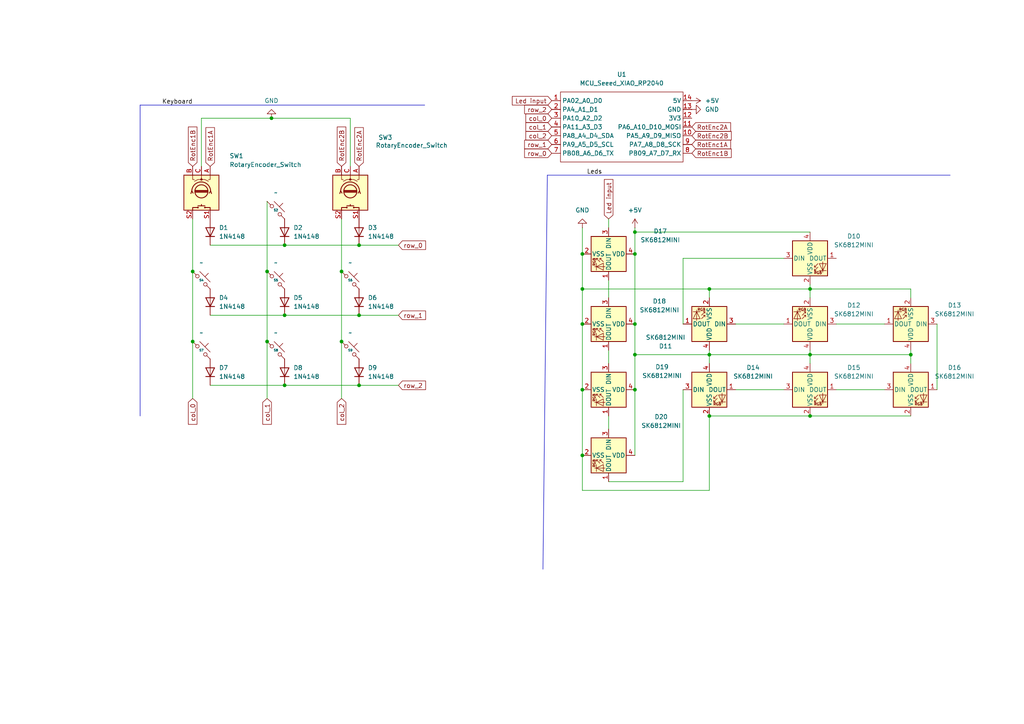
<source format=kicad_sch>
(kicad_sch
	(version 20250114)
	(generator "eeschema")
	(generator_version "9.0")
	(uuid "6d30595a-390e-4a9b-9e3f-6e44265370ab")
	(paper "A4")
	(lib_symbols
		(symbol "Device:RotaryEncoder_Switch"
			(pin_names
				(offset 0.254)
				(hide yes)
			)
			(exclude_from_sim no)
			(in_bom yes)
			(on_board yes)
			(property "Reference" "SW"
				(at 0 6.604 0)
				(effects
					(font
						(size 1.27 1.27)
					)
				)
			)
			(property "Value" "RotaryEncoder_Switch"
				(at 0 -6.604 0)
				(effects
					(font
						(size 1.27 1.27)
					)
				)
			)
			(property "Footprint" ""
				(at -3.81 4.064 0)
				(effects
					(font
						(size 1.27 1.27)
					)
					(hide yes)
				)
			)
			(property "Datasheet" "~"
				(at 0 6.604 0)
				(effects
					(font
						(size 1.27 1.27)
					)
					(hide yes)
				)
			)
			(property "Description" "Rotary encoder, dual channel, incremental quadrate outputs, with switch"
				(at 0 0 0)
				(effects
					(font
						(size 1.27 1.27)
					)
					(hide yes)
				)
			)
			(property "ki_keywords" "rotary switch encoder switch push button"
				(at 0 0 0)
				(effects
					(font
						(size 1.27 1.27)
					)
					(hide yes)
				)
			)
			(property "ki_fp_filters" "RotaryEncoder*Switch*"
				(at 0 0 0)
				(effects
					(font
						(size 1.27 1.27)
					)
					(hide yes)
				)
			)
			(symbol "RotaryEncoder_Switch_0_1"
				(rectangle
					(start -5.08 5.08)
					(end 5.08 -5.08)
					(stroke
						(width 0.254)
						(type default)
					)
					(fill
						(type background)
					)
				)
				(polyline
					(pts
						(xy -5.08 2.54) (xy -3.81 2.54) (xy -3.81 2.032)
					)
					(stroke
						(width 0)
						(type default)
					)
					(fill
						(type none)
					)
				)
				(polyline
					(pts
						(xy -5.08 0) (xy -3.81 0) (xy -3.81 -1.016) (xy -3.302 -2.032)
					)
					(stroke
						(width 0)
						(type default)
					)
					(fill
						(type none)
					)
				)
				(polyline
					(pts
						(xy -5.08 -2.54) (xy -3.81 -2.54) (xy -3.81 -2.032)
					)
					(stroke
						(width 0)
						(type default)
					)
					(fill
						(type none)
					)
				)
				(polyline
					(pts
						(xy -4.318 0) (xy -3.81 0) (xy -3.81 1.016) (xy -3.302 2.032)
					)
					(stroke
						(width 0)
						(type default)
					)
					(fill
						(type none)
					)
				)
				(circle
					(center -3.81 0)
					(radius 0.254)
					(stroke
						(width 0)
						(type default)
					)
					(fill
						(type outline)
					)
				)
				(polyline
					(pts
						(xy -0.635 -1.778) (xy -0.635 1.778)
					)
					(stroke
						(width 0.254)
						(type default)
					)
					(fill
						(type none)
					)
				)
				(circle
					(center -0.381 0)
					(radius 1.905)
					(stroke
						(width 0.254)
						(type default)
					)
					(fill
						(type none)
					)
				)
				(polyline
					(pts
						(xy -0.381 -1.778) (xy -0.381 1.778)
					)
					(stroke
						(width 0.254)
						(type default)
					)
					(fill
						(type none)
					)
				)
				(arc
					(start -0.381 -2.794)
					(mid -3.0988 -0.0635)
					(end -0.381 2.667)
					(stroke
						(width 0.254)
						(type default)
					)
					(fill
						(type none)
					)
				)
				(polyline
					(pts
						(xy -0.127 1.778) (xy -0.127 -1.778)
					)
					(stroke
						(width 0.254)
						(type default)
					)
					(fill
						(type none)
					)
				)
				(polyline
					(pts
						(xy 0.254 2.921) (xy -0.508 2.667) (xy 0.127 2.286)
					)
					(stroke
						(width 0.254)
						(type default)
					)
					(fill
						(type none)
					)
				)
				(polyline
					(pts
						(xy 0.254 -3.048) (xy -0.508 -2.794) (xy 0.127 -2.413)
					)
					(stroke
						(width 0.254)
						(type default)
					)
					(fill
						(type none)
					)
				)
				(polyline
					(pts
						(xy 3.81 1.016) (xy 3.81 -1.016)
					)
					(stroke
						(width 0.254)
						(type default)
					)
					(fill
						(type none)
					)
				)
				(polyline
					(pts
						(xy 3.81 0) (xy 3.429 0)
					)
					(stroke
						(width 0.254)
						(type default)
					)
					(fill
						(type none)
					)
				)
				(circle
					(center 4.318 1.016)
					(radius 0.127)
					(stroke
						(width 0.254)
						(type default)
					)
					(fill
						(type none)
					)
				)
				(circle
					(center 4.318 -1.016)
					(radius 0.127)
					(stroke
						(width 0.254)
						(type default)
					)
					(fill
						(type none)
					)
				)
				(polyline
					(pts
						(xy 5.08 2.54) (xy 4.318 2.54) (xy 4.318 1.016)
					)
					(stroke
						(width 0.254)
						(type default)
					)
					(fill
						(type none)
					)
				)
				(polyline
					(pts
						(xy 5.08 -2.54) (xy 4.318 -2.54) (xy 4.318 -1.016)
					)
					(stroke
						(width 0.254)
						(type default)
					)
					(fill
						(type none)
					)
				)
			)
			(symbol "RotaryEncoder_Switch_1_1"
				(pin passive line
					(at -7.62 2.54 0)
					(length 2.54)
					(name "A"
						(effects
							(font
								(size 1.27 1.27)
							)
						)
					)
					(number "A"
						(effects
							(font
								(size 1.27 1.27)
							)
						)
					)
				)
				(pin passive line
					(at -7.62 0 0)
					(length 2.54)
					(name "C"
						(effects
							(font
								(size 1.27 1.27)
							)
						)
					)
					(number "C"
						(effects
							(font
								(size 1.27 1.27)
							)
						)
					)
				)
				(pin passive line
					(at -7.62 -2.54 0)
					(length 2.54)
					(name "B"
						(effects
							(font
								(size 1.27 1.27)
							)
						)
					)
					(number "B"
						(effects
							(font
								(size 1.27 1.27)
							)
						)
					)
				)
				(pin passive line
					(at 7.62 2.54 180)
					(length 2.54)
					(name "S1"
						(effects
							(font
								(size 1.27 1.27)
							)
						)
					)
					(number "S1"
						(effects
							(font
								(size 1.27 1.27)
							)
						)
					)
				)
				(pin passive line
					(at 7.62 -2.54 180)
					(length 2.54)
					(name "S2"
						(effects
							(font
								(size 1.27 1.27)
							)
						)
					)
					(number "S2"
						(effects
							(font
								(size 1.27 1.27)
							)
						)
					)
				)
			)
			(embedded_fonts no)
		)
		(symbol "Diode:1N4148"
			(pin_numbers
				(hide yes)
			)
			(pin_names
				(hide yes)
			)
			(exclude_from_sim no)
			(in_bom yes)
			(on_board yes)
			(property "Reference" "D"
				(at 0 2.54 0)
				(effects
					(font
						(size 1.27 1.27)
					)
				)
			)
			(property "Value" "1N4148"
				(at 0 -2.54 0)
				(effects
					(font
						(size 1.27 1.27)
					)
				)
			)
			(property "Footprint" "Diode_THT:D_DO-35_SOD27_P7.62mm_Horizontal"
				(at 0 0 0)
				(effects
					(font
						(size 1.27 1.27)
					)
					(hide yes)
				)
			)
			(property "Datasheet" "https://assets.nexperia.com/documents/data-sheet/1N4148_1N4448.pdf"
				(at 0 0 0)
				(effects
					(font
						(size 1.27 1.27)
					)
					(hide yes)
				)
			)
			(property "Description" "100V 0.15A standard switching diode, DO-35"
				(at 0 0 0)
				(effects
					(font
						(size 1.27 1.27)
					)
					(hide yes)
				)
			)
			(property "Sim.Device" "D"
				(at 0 0 0)
				(effects
					(font
						(size 1.27 1.27)
					)
					(hide yes)
				)
			)
			(property "Sim.Pins" "1=K 2=A"
				(at 0 0 0)
				(effects
					(font
						(size 1.27 1.27)
					)
					(hide yes)
				)
			)
			(property "ki_keywords" "diode"
				(at 0 0 0)
				(effects
					(font
						(size 1.27 1.27)
					)
					(hide yes)
				)
			)
			(property "ki_fp_filters" "D*DO?35*"
				(at 0 0 0)
				(effects
					(font
						(size 1.27 1.27)
					)
					(hide yes)
				)
			)
			(symbol "1N4148_0_1"
				(polyline
					(pts
						(xy -1.27 1.27) (xy -1.27 -1.27)
					)
					(stroke
						(width 0.254)
						(type default)
					)
					(fill
						(type none)
					)
				)
				(polyline
					(pts
						(xy 1.27 1.27) (xy 1.27 -1.27) (xy -1.27 0) (xy 1.27 1.27)
					)
					(stroke
						(width 0.254)
						(type default)
					)
					(fill
						(type none)
					)
				)
				(polyline
					(pts
						(xy 1.27 0) (xy -1.27 0)
					)
					(stroke
						(width 0)
						(type default)
					)
					(fill
						(type none)
					)
				)
			)
			(symbol "1N4148_1_1"
				(pin passive line
					(at -3.81 0 0)
					(length 2.54)
					(name "K"
						(effects
							(font
								(size 1.27 1.27)
							)
						)
					)
					(number "1"
						(effects
							(font
								(size 1.27 1.27)
							)
						)
					)
				)
				(pin passive line
					(at 3.81 0 180)
					(length 2.54)
					(name "A"
						(effects
							(font
								(size 1.27 1.27)
							)
						)
					)
					(number "2"
						(effects
							(font
								(size 1.27 1.27)
							)
						)
					)
				)
			)
			(embedded_fonts no)
		)
		(symbol "LED:SK6812MINI"
			(pin_names
				(offset 0.254)
			)
			(exclude_from_sim no)
			(in_bom yes)
			(on_board yes)
			(property "Reference" "D"
				(at 5.08 5.715 0)
				(effects
					(font
						(size 1.27 1.27)
					)
					(justify right bottom)
				)
			)
			(property "Value" "SK6812MINI"
				(at 1.27 -5.715 0)
				(effects
					(font
						(size 1.27 1.27)
					)
					(justify left top)
				)
			)
			(property "Footprint" "LED_SMD:LED_SK6812MINI_PLCC4_3.5x3.5mm_P1.75mm"
				(at 1.27 -7.62 0)
				(effects
					(font
						(size 1.27 1.27)
					)
					(justify left top)
					(hide yes)
				)
			)
			(property "Datasheet" "https://cdn-shop.adafruit.com/product-files/2686/SK6812MINI_REV.01-1-2.pdf"
				(at 2.54 -9.525 0)
				(effects
					(font
						(size 1.27 1.27)
					)
					(justify left top)
					(hide yes)
				)
			)
			(property "Description" "RGB LED with integrated controller"
				(at 0 0 0)
				(effects
					(font
						(size 1.27 1.27)
					)
					(hide yes)
				)
			)
			(property "ki_keywords" "RGB LED NeoPixel Mini addressable"
				(at 0 0 0)
				(effects
					(font
						(size 1.27 1.27)
					)
					(hide yes)
				)
			)
			(property "ki_fp_filters" "LED*SK6812MINI*PLCC*3.5x3.5mm*P1.75mm*"
				(at 0 0 0)
				(effects
					(font
						(size 1.27 1.27)
					)
					(hide yes)
				)
			)
			(symbol "SK6812MINI_0_0"
				(text "RGB"
					(at 2.286 -4.191 0)
					(effects
						(font
							(size 0.762 0.762)
						)
					)
				)
			)
			(symbol "SK6812MINI_0_1"
				(polyline
					(pts
						(xy 1.27 -2.54) (xy 1.778 -2.54)
					)
					(stroke
						(width 0)
						(type default)
					)
					(fill
						(type none)
					)
				)
				(polyline
					(pts
						(xy 1.27 -3.556) (xy 1.778 -3.556)
					)
					(stroke
						(width 0)
						(type default)
					)
					(fill
						(type none)
					)
				)
				(polyline
					(pts
						(xy 2.286 -1.524) (xy 1.27 -2.54) (xy 1.27 -2.032)
					)
					(stroke
						(width 0)
						(type default)
					)
					(fill
						(type none)
					)
				)
				(polyline
					(pts
						(xy 2.286 -2.54) (xy 1.27 -3.556) (xy 1.27 -3.048)
					)
					(stroke
						(width 0)
						(type default)
					)
					(fill
						(type none)
					)
				)
				(polyline
					(pts
						(xy 3.683 -1.016) (xy 3.683 -3.556) (xy 3.683 -4.064)
					)
					(stroke
						(width 0)
						(type default)
					)
					(fill
						(type none)
					)
				)
				(polyline
					(pts
						(xy 4.699 -1.524) (xy 2.667 -1.524) (xy 3.683 -3.556) (xy 4.699 -1.524)
					)
					(stroke
						(width 0)
						(type default)
					)
					(fill
						(type none)
					)
				)
				(polyline
					(pts
						(xy 4.699 -3.556) (xy 2.667 -3.556)
					)
					(stroke
						(width 0)
						(type default)
					)
					(fill
						(type none)
					)
				)
				(rectangle
					(start 5.08 5.08)
					(end -5.08 -5.08)
					(stroke
						(width 0.254)
						(type default)
					)
					(fill
						(type background)
					)
				)
			)
			(symbol "SK6812MINI_1_1"
				(pin input line
					(at -7.62 0 0)
					(length 2.54)
					(name "DIN"
						(effects
							(font
								(size 1.27 1.27)
							)
						)
					)
					(number "3"
						(effects
							(font
								(size 1.27 1.27)
							)
						)
					)
				)
				(pin power_in line
					(at 0 7.62 270)
					(length 2.54)
					(name "VDD"
						(effects
							(font
								(size 1.27 1.27)
							)
						)
					)
					(number "4"
						(effects
							(font
								(size 1.27 1.27)
							)
						)
					)
				)
				(pin power_in line
					(at 0 -7.62 90)
					(length 2.54)
					(name "VSS"
						(effects
							(font
								(size 1.27 1.27)
							)
						)
					)
					(number "2"
						(effects
							(font
								(size 1.27 1.27)
							)
						)
					)
				)
				(pin output line
					(at 7.62 0 180)
					(length 2.54)
					(name "DOUT"
						(effects
							(font
								(size 1.27 1.27)
							)
						)
					)
					(number "1"
						(effects
							(font
								(size 1.27 1.27)
							)
						)
					)
				)
			)
			(embedded_fonts no)
		)
		(symbol "ScottoKeebs:MCU_Seeed_XIAO_RP2040"
			(exclude_from_sim no)
			(in_bom yes)
			(on_board yes)
			(property "Reference" "U"
				(at -16.51 11.43 0)
				(effects
					(font
						(size 1.27 1.27)
					)
				)
			)
			(property "Value" "MCU_Seeed_XIAO_RP2040"
				(at -3.81 -11.43 0)
				(effects
					(font
						(size 1.27 1.27)
					)
				)
			)
			(property "Footprint" ""
				(at -16.51 2.54 0)
				(effects
					(font
						(size 1.27 1.27)
					)
					(hide yes)
				)
			)
			(property "Datasheet" ""
				(at -16.51 2.54 0)
				(effects
					(font
						(size 1.27 1.27)
					)
					(hide yes)
				)
			)
			(property "Description" ""
				(at 0 0 0)
				(effects
					(font
						(size 1.27 1.27)
					)
					(hide yes)
				)
			)
			(symbol "MCU_Seeed_XIAO_RP2040_0_1"
				(rectangle
					(start -16.51 10.16)
					(end 19.05 -10.16)
					(stroke
						(width 0)
						(type default)
					)
					(fill
						(type none)
					)
				)
			)
			(symbol "MCU_Seeed_XIAO_RP2040_1_1"
				(pin passive line
					(at -19.05 7.62 0)
					(length 2.54)
					(name "PA02_A0_D0"
						(effects
							(font
								(size 1.27 1.27)
							)
						)
					)
					(number "1"
						(effects
							(font
								(size 1.27 1.27)
							)
						)
					)
				)
				(pin passive line
					(at -19.05 5.08 0)
					(length 2.54)
					(name "PA4_A1_D1"
						(effects
							(font
								(size 1.27 1.27)
							)
						)
					)
					(number "2"
						(effects
							(font
								(size 1.27 1.27)
							)
						)
					)
				)
				(pin passive line
					(at -19.05 2.54 0)
					(length 2.54)
					(name "PA10_A2_D2"
						(effects
							(font
								(size 1.27 1.27)
							)
						)
					)
					(number "3"
						(effects
							(font
								(size 1.27 1.27)
							)
						)
					)
				)
				(pin passive line
					(at -19.05 0 0)
					(length 2.54)
					(name "PA11_A3_D3"
						(effects
							(font
								(size 1.27 1.27)
							)
						)
					)
					(number "4"
						(effects
							(font
								(size 1.27 1.27)
							)
						)
					)
				)
				(pin passive line
					(at -19.05 -2.54 0)
					(length 2.54)
					(name "PA8_A4_D4_SDA"
						(effects
							(font
								(size 1.27 1.27)
							)
						)
					)
					(number "5"
						(effects
							(font
								(size 1.27 1.27)
							)
						)
					)
				)
				(pin passive line
					(at -19.05 -5.08 0)
					(length 2.54)
					(name "PA9_A5_D5_SCL"
						(effects
							(font
								(size 1.27 1.27)
							)
						)
					)
					(number "6"
						(effects
							(font
								(size 1.27 1.27)
							)
						)
					)
				)
				(pin passive line
					(at -19.05 -7.62 0)
					(length 2.54)
					(name "PB08_A6_D6_TX"
						(effects
							(font
								(size 1.27 1.27)
							)
						)
					)
					(number "7"
						(effects
							(font
								(size 1.27 1.27)
							)
						)
					)
				)
				(pin passive line
					(at 21.59 7.62 180)
					(length 2.54)
					(name "5V"
						(effects
							(font
								(size 1.27 1.27)
							)
						)
					)
					(number "14"
						(effects
							(font
								(size 1.27 1.27)
							)
						)
					)
				)
				(pin passive line
					(at 21.59 5.08 180)
					(length 2.54)
					(name "GND"
						(effects
							(font
								(size 1.27 1.27)
							)
						)
					)
					(number "13"
						(effects
							(font
								(size 1.27 1.27)
							)
						)
					)
				)
				(pin passive line
					(at 21.59 2.54 180)
					(length 2.54)
					(name "3V3"
						(effects
							(font
								(size 1.27 1.27)
							)
						)
					)
					(number "12"
						(effects
							(font
								(size 1.27 1.27)
							)
						)
					)
				)
				(pin passive line
					(at 21.59 0 180)
					(length 2.54)
					(name "PA6_A10_D10_MOSI"
						(effects
							(font
								(size 1.27 1.27)
							)
						)
					)
					(number "11"
						(effects
							(font
								(size 1.27 1.27)
							)
						)
					)
				)
				(pin passive line
					(at 21.59 -2.54 180)
					(length 2.54)
					(name "PA5_A9_D9_MISO"
						(effects
							(font
								(size 1.27 1.27)
							)
						)
					)
					(number "10"
						(effects
							(font
								(size 1.27 1.27)
							)
						)
					)
				)
				(pin passive line
					(at 21.59 -5.08 180)
					(length 2.54)
					(name "PA7_A8_D8_SCK"
						(effects
							(font
								(size 1.27 1.27)
							)
						)
					)
					(number "9"
						(effects
							(font
								(size 1.27 1.27)
							)
						)
					)
				)
				(pin passive line
					(at 21.59 -7.62 180)
					(length 2.54)
					(name "PB09_A7_D7_RX"
						(effects
							(font
								(size 1.27 1.27)
							)
						)
					)
					(number "8"
						(effects
							(font
								(size 1.27 1.27)
							)
						)
					)
				)
			)
			(embedded_fonts no)
		)
		(symbol "ScottoKeebs:Placeholder_Keyswitch"
			(pin_numbers
				(hide yes)
			)
			(pin_names
				(offset 1.016)
				(hide yes)
			)
			(exclude_from_sim no)
			(in_bom yes)
			(on_board yes)
			(property "Reference" "S"
				(at 0 0 0)
				(do_not_autoplace)
				(effects
					(font
						(size 0.635 0.635)
						(thickness 0.127)
						(bold yes)
					)
				)
			)
			(property "Value" ""
				(at 0 -3.81 0)
				(effects
					(font
						(size 1.27 1.27)
					)
				)
			)
			(property "Footprint" ""
				(at 0 0 0)
				(effects
					(font
						(size 1.27 1.27)
					)
					(hide yes)
				)
			)
			(property "Datasheet" ""
				(at -2.54 -1.778 0)
				(effects
					(font
						(size 1.27 1.27)
					)
					(hide yes)
				)
			)
			(property "Description" ""
				(at 0 0 0)
				(effects
					(font
						(size 1.27 1.27)
					)
					(hide yes)
				)
			)
			(property "ki_keywords" "switch normally-open pushbutton push-button"
				(at 0 0 0)
				(effects
					(font
						(size 1.27 1.27)
					)
					(hide yes)
				)
			)
			(symbol "Placeholder_Keyswitch_0_1"
				(polyline
					(pts
						(xy -2.54 2.54) (xy -1.524 1.524) (xy -1.524 1.524)
					)
					(stroke
						(width 0)
						(type default)
					)
					(fill
						(type none)
					)
				)
				(circle
					(center -1.1684 1.1684)
					(radius 0.508)
					(stroke
						(width 0)
						(type default)
					)
					(fill
						(type none)
					)
				)
				(polyline
					(pts
						(xy -0.508 2.54) (xy 2.54 -0.508)
					)
					(stroke
						(width 0)
						(type default)
					)
					(fill
						(type none)
					)
				)
				(polyline
					(pts
						(xy 1.016 1.016) (xy 2.032 2.032)
					)
					(stroke
						(width 0)
						(type default)
					)
					(fill
						(type none)
					)
				)
				(circle
					(center 1.143 -1.1938)
					(radius 0.508)
					(stroke
						(width 0)
						(type default)
					)
					(fill
						(type none)
					)
				)
				(polyline
					(pts
						(xy 1.524 -1.524) (xy 2.54 -2.54) (xy 2.54 -2.54) (xy 2.54 -2.54)
					)
					(stroke
						(width 0)
						(type default)
					)
					(fill
						(type none)
					)
				)
				(pin passive line
					(at -2.54 2.54 0)
					(length 0)
					(name "1"
						(effects
							(font
								(size 1.27 1.27)
							)
						)
					)
					(number "1"
						(effects
							(font
								(size 1.27 1.27)
							)
						)
					)
				)
				(pin passive line
					(at 2.54 -2.54 180)
					(length 0)
					(name "2"
						(effects
							(font
								(size 1.27 1.27)
							)
						)
					)
					(number "2"
						(effects
							(font
								(size 1.27 1.27)
							)
						)
					)
				)
			)
			(embedded_fonts no)
		)
		(symbol "power:+5V"
			(power)
			(pin_numbers
				(hide yes)
			)
			(pin_names
				(offset 0)
				(hide yes)
			)
			(exclude_from_sim no)
			(in_bom yes)
			(on_board yes)
			(property "Reference" "#PWR"
				(at 0 -3.81 0)
				(effects
					(font
						(size 1.27 1.27)
					)
					(hide yes)
				)
			)
			(property "Value" "+5V"
				(at 0 3.556 0)
				(effects
					(font
						(size 1.27 1.27)
					)
				)
			)
			(property "Footprint" ""
				(at 0 0 0)
				(effects
					(font
						(size 1.27 1.27)
					)
					(hide yes)
				)
			)
			(property "Datasheet" ""
				(at 0 0 0)
				(effects
					(font
						(size 1.27 1.27)
					)
					(hide yes)
				)
			)
			(property "Description" "Power symbol creates a global label with name \"+5V\""
				(at 0 0 0)
				(effects
					(font
						(size 1.27 1.27)
					)
					(hide yes)
				)
			)
			(property "ki_keywords" "global power"
				(at 0 0 0)
				(effects
					(font
						(size 1.27 1.27)
					)
					(hide yes)
				)
			)
			(symbol "+5V_0_1"
				(polyline
					(pts
						(xy -0.762 1.27) (xy 0 2.54)
					)
					(stroke
						(width 0)
						(type default)
					)
					(fill
						(type none)
					)
				)
				(polyline
					(pts
						(xy 0 2.54) (xy 0.762 1.27)
					)
					(stroke
						(width 0)
						(type default)
					)
					(fill
						(type none)
					)
				)
				(polyline
					(pts
						(xy 0 0) (xy 0 2.54)
					)
					(stroke
						(width 0)
						(type default)
					)
					(fill
						(type none)
					)
				)
			)
			(symbol "+5V_1_1"
				(pin power_in line
					(at 0 0 90)
					(length 0)
					(name "~"
						(effects
							(font
								(size 1.27 1.27)
							)
						)
					)
					(number "1"
						(effects
							(font
								(size 1.27 1.27)
							)
						)
					)
				)
			)
			(embedded_fonts no)
		)
		(symbol "power:GND"
			(power)
			(pin_numbers
				(hide yes)
			)
			(pin_names
				(offset 0)
				(hide yes)
			)
			(exclude_from_sim no)
			(in_bom yes)
			(on_board yes)
			(property "Reference" "#PWR"
				(at 0 -6.35 0)
				(effects
					(font
						(size 1.27 1.27)
					)
					(hide yes)
				)
			)
			(property "Value" "GND"
				(at 0 -3.81 0)
				(effects
					(font
						(size 1.27 1.27)
					)
				)
			)
			(property "Footprint" ""
				(at 0 0 0)
				(effects
					(font
						(size 1.27 1.27)
					)
					(hide yes)
				)
			)
			(property "Datasheet" ""
				(at 0 0 0)
				(effects
					(font
						(size 1.27 1.27)
					)
					(hide yes)
				)
			)
			(property "Description" "Power symbol creates a global label with name \"GND\" , ground"
				(at 0 0 0)
				(effects
					(font
						(size 1.27 1.27)
					)
					(hide yes)
				)
			)
			(property "ki_keywords" "global power"
				(at 0 0 0)
				(effects
					(font
						(size 1.27 1.27)
					)
					(hide yes)
				)
			)
			(symbol "GND_0_1"
				(polyline
					(pts
						(xy 0 0) (xy 0 -1.27) (xy 1.27 -1.27) (xy 0 -2.54) (xy -1.27 -1.27) (xy 0 -1.27)
					)
					(stroke
						(width 0)
						(type default)
					)
					(fill
						(type none)
					)
				)
			)
			(symbol "GND_1_1"
				(pin power_in line
					(at 0 0 270)
					(length 0)
					(name "~"
						(effects
							(font
								(size 1.27 1.27)
							)
						)
					)
					(number "1"
						(effects
							(font
								(size 1.27 1.27)
							)
						)
					)
				)
			)
			(embedded_fonts no)
		)
	)
	(junction
		(at 55.88 99.06)
		(diameter 0)
		(color 0 0 0 0)
		(uuid "0224e412-a150-4616-a80e-d72c78d398ed")
	)
	(junction
		(at 184.15 102.87)
		(diameter 0)
		(color 0 0 0 0)
		(uuid "037975f2-137c-4a3b-840d-e85237024300")
	)
	(junction
		(at 168.91 83.82)
		(diameter 0)
		(color 0 0 0 0)
		(uuid "146b98a1-1a5c-4a48-acf3-8751e74f118e")
	)
	(junction
		(at 205.74 120.65)
		(diameter 0)
		(color 0 0 0 0)
		(uuid "1492dca1-34c7-4798-9c55-f57594fa3f58")
	)
	(junction
		(at 168.91 93.98)
		(diameter 0)
		(color 0 0 0 0)
		(uuid "1cda148c-b9f3-4aac-a822-e83c9af50735")
	)
	(junction
		(at 205.74 102.87)
		(diameter 0)
		(color 0 0 0 0)
		(uuid "1d368687-5067-46bb-bb0a-60c22c7d2c8d")
	)
	(junction
		(at 82.55 91.44)
		(diameter 0)
		(color 0 0 0 0)
		(uuid "1fca13ba-7051-4697-84d0-f0a396ea6724")
	)
	(junction
		(at 99.06 78.74)
		(diameter 0)
		(color 0 0 0 0)
		(uuid "2190c617-92ed-4cc4-a99d-71afefbc66de")
	)
	(junction
		(at 77.47 99.06)
		(diameter 0)
		(color 0 0 0 0)
		(uuid "27c43052-050c-452a-8959-03ac944f9d28")
	)
	(junction
		(at 104.14 71.12)
		(diameter 0)
		(color 0 0 0 0)
		(uuid "32c62844-a384-4f91-b0a6-72ebe82fda6f")
	)
	(junction
		(at 104.14 111.76)
		(diameter 0)
		(color 0 0 0 0)
		(uuid "3968602b-f564-4845-ac87-4e0e7137b181")
	)
	(junction
		(at 168.91 113.03)
		(diameter 0)
		(color 0 0 0 0)
		(uuid "3bd8eb06-0fef-4fd6-860a-50b1a9ccc31d")
	)
	(junction
		(at 77.47 78.74)
		(diameter 0)
		(color 0 0 0 0)
		(uuid "3cda7f10-2dfd-4b80-bebb-03c94cfb2c86")
	)
	(junction
		(at 234.95 120.65)
		(diameter 0)
		(color 0 0 0 0)
		(uuid "3e130105-5394-4ecf-9875-6057e04294ee")
	)
	(junction
		(at 184.15 113.03)
		(diameter 0)
		(color 0 0 0 0)
		(uuid "476c7544-ddc6-4664-8041-4e5d427e8cc8")
	)
	(junction
		(at 99.06 99.06)
		(diameter 0)
		(color 0 0 0 0)
		(uuid "59640c76-978d-4641-9150-96a0696065fb")
	)
	(junction
		(at 184.15 67.31)
		(diameter 0)
		(color 0 0 0 0)
		(uuid "701b25e5-679f-4501-b1bf-10fb569e4750")
	)
	(junction
		(at 234.95 102.87)
		(diameter 0)
		(color 0 0 0 0)
		(uuid "774dee4a-94fc-481c-acca-37b51b414374")
	)
	(junction
		(at 264.16 102.87)
		(diameter 0)
		(color 0 0 0 0)
		(uuid "8b7b792e-8bf9-4b63-8086-85fdd6d6bd45")
	)
	(junction
		(at 168.91 73.66)
		(diameter 0)
		(color 0 0 0 0)
		(uuid "8fed0ee7-8347-4135-9de6-c07a16cc03b0")
	)
	(junction
		(at 82.55 71.12)
		(diameter 0)
		(color 0 0 0 0)
		(uuid "91112d28-4816-466e-ba75-88575b1c0a0b")
	)
	(junction
		(at 82.55 111.76)
		(diameter 0)
		(color 0 0 0 0)
		(uuid "9365b1a5-30a9-4005-9b87-87212d2df7ef")
	)
	(junction
		(at 184.15 93.98)
		(diameter 0)
		(color 0 0 0 0)
		(uuid "af9e6497-7f2b-4b74-b422-62dea1b69668")
	)
	(junction
		(at 234.95 83.82)
		(diameter 0)
		(color 0 0 0 0)
		(uuid "baf4670a-c963-4c12-99ae-a2e176dbdf1d")
	)
	(junction
		(at 184.15 73.66)
		(diameter 0)
		(color 0 0 0 0)
		(uuid "c4d439a8-98b0-4ba1-9cb7-f5ace597879d")
	)
	(junction
		(at 168.91 132.08)
		(diameter 0)
		(color 0 0 0 0)
		(uuid "c8698199-eb7e-4164-8fe5-e3e210bfc7cb")
	)
	(junction
		(at 55.88 78.74)
		(diameter 0)
		(color 0 0 0 0)
		(uuid "cc8ace99-27be-493d-b42d-6f996688db12")
	)
	(junction
		(at 104.14 91.44)
		(diameter 0)
		(color 0 0 0 0)
		(uuid "ceeb745d-fa4c-4977-a2a9-1c6a2aa032da")
	)
	(junction
		(at 78.74 34.29)
		(diameter 0)
		(color 0 0 0 0)
		(uuid "d0b95b1e-3097-49e5-9290-20c0d6286a52")
	)
	(junction
		(at 205.74 83.82)
		(diameter 0)
		(color 0 0 0 0)
		(uuid "d237e35f-1938-4324-ba55-3d551f86ef14")
	)
	(wire
		(pts
			(xy 205.74 120.65) (xy 234.95 120.65)
		)
		(stroke
			(width 0)
			(type default)
		)
		(uuid "0465eaaa-7320-45a1-af89-ab4667f416f1")
	)
	(wire
		(pts
			(xy 55.88 78.74) (xy 55.88 99.06)
		)
		(stroke
			(width 0)
			(type default)
		)
		(uuid "07c30f06-3cd2-408f-9020-4a52c8d2dc3b")
	)
	(wire
		(pts
			(xy 234.95 83.82) (xy 234.95 86.36)
		)
		(stroke
			(width 0)
			(type default)
		)
		(uuid "094a6efc-e6fb-4403-b04a-86955025df29")
	)
	(wire
		(pts
			(xy 184.15 67.31) (xy 184.15 73.66)
		)
		(stroke
			(width 0)
			(type default)
		)
		(uuid "0e7879a9-1091-4e0d-bb32-008866289d9b")
	)
	(wire
		(pts
			(xy 184.15 113.03) (xy 184.15 132.08)
		)
		(stroke
			(width 0)
			(type default)
		)
		(uuid "11b14f59-df02-4187-9f6b-f1d53d440fea")
	)
	(wire
		(pts
			(xy 184.15 73.66) (xy 184.15 93.98)
		)
		(stroke
			(width 0)
			(type default)
		)
		(uuid "1718eb6e-f836-4b5d-a540-32e97ef47a91")
	)
	(wire
		(pts
			(xy 55.88 63.5) (xy 55.88 78.74)
		)
		(stroke
			(width 0)
			(type default)
		)
		(uuid "18b25191-321c-4229-a2f6-a821a6155ced")
	)
	(wire
		(pts
			(xy 205.74 101.6) (xy 205.74 102.87)
		)
		(stroke
			(width 0)
			(type default)
		)
		(uuid "20602aa0-6d39-4311-81d8-a687415d6f25")
	)
	(wire
		(pts
			(xy 176.53 81.28) (xy 176.53 86.36)
		)
		(stroke
			(width 0)
			(type default)
		)
		(uuid "21d2b41f-bc4c-4d15-9948-ecbcee2978e2")
	)
	(wire
		(pts
			(xy 176.53 101.6) (xy 176.53 105.41)
		)
		(stroke
			(width 0)
			(type default)
		)
		(uuid "266aa46c-59a7-45a7-8d9d-9d9ae9559340")
	)
	(wire
		(pts
			(xy 168.91 132.08) (xy 168.91 142.24)
		)
		(stroke
			(width 0)
			(type default)
		)
		(uuid "28a3c052-e6e6-4dc7-99c6-feaef6ccb19c")
	)
	(wire
		(pts
			(xy 176.53 63.5) (xy 176.53 66.04)
		)
		(stroke
			(width 0)
			(type default)
		)
		(uuid "31ff9b43-7416-4d66-8d0c-57310cf2bb4c")
	)
	(wire
		(pts
			(xy 104.14 91.44) (xy 115.57 91.44)
		)
		(stroke
			(width 0)
			(type default)
		)
		(uuid "33a054ae-5acd-4ed7-861a-3ba52a252514")
	)
	(wire
		(pts
			(xy 60.96 111.76) (xy 82.55 111.76)
		)
		(stroke
			(width 0)
			(type default)
		)
		(uuid "35b7abed-c7e2-4a09-a016-c5082d61c601")
	)
	(polyline
		(pts
			(xy 158.75 50.8) (xy 275.59 50.8)
		)
		(stroke
			(width 0)
			(type default)
		)
		(uuid "3f0bd33f-302d-4769-8dd5-76f3ea7149e4")
	)
	(wire
		(pts
			(xy 234.95 101.6) (xy 234.95 102.87)
		)
		(stroke
			(width 0)
			(type default)
		)
		(uuid "417fee42-eedf-4f2c-ae31-c525209502b4")
	)
	(wire
		(pts
			(xy 99.06 78.74) (xy 99.06 99.06)
		)
		(stroke
			(width 0)
			(type default)
		)
		(uuid "42eb20cf-161c-4a58-9540-d2b050157078")
	)
	(wire
		(pts
			(xy 78.74 34.29) (xy 101.6 34.29)
		)
		(stroke
			(width 0)
			(type default)
		)
		(uuid "521cb439-2d32-4353-b520-685fa04f81b8")
	)
	(wire
		(pts
			(xy 176.53 139.7) (xy 198.12 139.7)
		)
		(stroke
			(width 0)
			(type default)
		)
		(uuid "5226e578-ba16-49bd-ac9a-af7237579cc0")
	)
	(wire
		(pts
			(xy 264.16 101.6) (xy 264.16 102.87)
		)
		(stroke
			(width 0)
			(type default)
		)
		(uuid "52c06bfe-fa7a-4b87-bc02-38ac49bd3d7c")
	)
	(wire
		(pts
			(xy 168.91 73.66) (xy 168.91 83.82)
		)
		(stroke
			(width 0)
			(type default)
		)
		(uuid "546aaea6-a436-4ce3-80d8-2fbcb222bd9a")
	)
	(wire
		(pts
			(xy 234.95 82.55) (xy 234.95 83.82)
		)
		(stroke
			(width 0)
			(type default)
		)
		(uuid "5d02678c-1694-4ab6-b341-0effdff74f1e")
	)
	(wire
		(pts
			(xy 198.12 139.7) (xy 198.12 113.03)
		)
		(stroke
			(width 0)
			(type default)
		)
		(uuid "5dc965a2-b8d3-4af6-9a68-db07743036e4")
	)
	(wire
		(pts
			(xy 168.91 142.24) (xy 205.74 142.24)
		)
		(stroke
			(width 0)
			(type default)
		)
		(uuid "5e0555fb-d585-45e7-93df-5eaa99e33eb9")
	)
	(wire
		(pts
			(xy 60.96 71.12) (xy 82.55 71.12)
		)
		(stroke
			(width 0)
			(type default)
		)
		(uuid "5f84d029-3d96-4646-a047-8e2921566cc8")
	)
	(wire
		(pts
			(xy 234.95 83.82) (xy 264.16 83.82)
		)
		(stroke
			(width 0)
			(type default)
		)
		(uuid "61c81d6e-af93-41c5-8f10-7cd5a9192cb3")
	)
	(wire
		(pts
			(xy 205.74 86.36) (xy 205.74 83.82)
		)
		(stroke
			(width 0)
			(type default)
		)
		(uuid "684e64bf-130c-4400-b078-297ca75a174c")
	)
	(wire
		(pts
			(xy 99.06 99.06) (xy 99.06 115.57)
		)
		(stroke
			(width 0)
			(type default)
		)
		(uuid "6bb2ebd3-45ad-487e-b8e3-86fc17295a6c")
	)
	(wire
		(pts
			(xy 176.53 120.65) (xy 176.53 124.46)
		)
		(stroke
			(width 0)
			(type default)
		)
		(uuid "6dd47a41-58a8-4736-b4aa-760cfa00faa2")
	)
	(polyline
		(pts
			(xy 157.48 165.1) (xy 158.75 50.8)
		)
		(stroke
			(width 0)
			(type default)
		)
		(uuid "6e223691-6bd2-4448-8e64-24b374af5407")
	)
	(wire
		(pts
			(xy 205.74 142.24) (xy 205.74 120.65)
		)
		(stroke
			(width 0)
			(type default)
		)
		(uuid "6f007e8b-a294-411a-bcb5-09dcc9a1703d")
	)
	(wire
		(pts
			(xy 234.95 102.87) (xy 234.95 105.41)
		)
		(stroke
			(width 0)
			(type default)
		)
		(uuid "75fb0c42-e389-43b0-a355-fcffe3d4c0fa")
	)
	(wire
		(pts
			(xy 82.55 71.12) (xy 104.14 71.12)
		)
		(stroke
			(width 0)
			(type default)
		)
		(uuid "77a08b32-1f4b-49f4-846b-8c837eccbdb9")
	)
	(wire
		(pts
			(xy 168.91 113.03) (xy 168.91 132.08)
		)
		(stroke
			(width 0)
			(type default)
		)
		(uuid "791e3576-3f22-4371-bf87-fe370dcea7ec")
	)
	(wire
		(pts
			(xy 213.36 113.03) (xy 227.33 113.03)
		)
		(stroke
			(width 0)
			(type default)
		)
		(uuid "7a635ec6-0c02-463c-acf3-fae719f2958f")
	)
	(wire
		(pts
			(xy 104.14 111.76) (xy 115.57 111.76)
		)
		(stroke
			(width 0)
			(type default)
		)
		(uuid "7abfc2ea-d0df-475a-a0db-3616bf6e8698")
	)
	(wire
		(pts
			(xy 184.15 93.98) (xy 184.15 102.87)
		)
		(stroke
			(width 0)
			(type default)
		)
		(uuid "7e22cff0-7933-4ad4-a9d6-a41d8918dec1")
	)
	(wire
		(pts
			(xy 198.12 93.98) (xy 198.12 74.93)
		)
		(stroke
			(width 0)
			(type default)
		)
		(uuid "8168ee44-4042-45ff-9f86-db76ac86d70b")
	)
	(wire
		(pts
			(xy 60.96 91.44) (xy 82.55 91.44)
		)
		(stroke
			(width 0)
			(type default)
		)
		(uuid "8389be65-2f38-4fc9-a525-87ac655aa514")
	)
	(polyline
		(pts
			(xy 40.64 120.65) (xy 40.64 30.48)
		)
		(stroke
			(width 0)
			(type default)
		)
		(uuid "85054d36-6e6c-4d19-a764-efcf04b09860")
	)
	(wire
		(pts
			(xy 77.47 99.06) (xy 77.47 115.57)
		)
		(stroke
			(width 0)
			(type default)
		)
		(uuid "85593606-cee4-43a4-b38e-2cfd7277918e")
	)
	(wire
		(pts
			(xy 184.15 67.31) (xy 234.95 67.31)
		)
		(stroke
			(width 0)
			(type default)
		)
		(uuid "8736270f-7ce7-4ab2-8637-bb0917488dce")
	)
	(wire
		(pts
			(xy 234.95 120.65) (xy 264.16 120.65)
		)
		(stroke
			(width 0)
			(type default)
		)
		(uuid "93d093f1-4cba-4e11-964a-261f95b82147")
	)
	(polyline
		(pts
			(xy 40.64 30.48) (xy 123.19 30.48)
		)
		(stroke
			(width 0)
			(type default)
		)
		(uuid "953e8222-b754-487f-a9e9-e14ab8316c4d")
	)
	(wire
		(pts
			(xy 82.55 91.44) (xy 104.14 91.44)
		)
		(stroke
			(width 0)
			(type default)
		)
		(uuid "9ba39597-6afd-404e-b395-bf79762d2fb2")
	)
	(wire
		(pts
			(xy 198.12 74.93) (xy 227.33 74.93)
		)
		(stroke
			(width 0)
			(type default)
		)
		(uuid "a00de451-643e-4dcc-9f77-7049ec4ffc89")
	)
	(wire
		(pts
			(xy 184.15 102.87) (xy 205.74 102.87)
		)
		(stroke
			(width 0)
			(type default)
		)
		(uuid "a33e2e4f-1e6f-4c51-91b5-72ee94514b04")
	)
	(wire
		(pts
			(xy 77.47 78.74) (xy 77.47 99.06)
		)
		(stroke
			(width 0)
			(type default)
		)
		(uuid "a6dfbfda-1766-489e-b472-4ee24e2237d2")
	)
	(wire
		(pts
			(xy 168.91 83.82) (xy 168.91 93.98)
		)
		(stroke
			(width 0)
			(type default)
		)
		(uuid "a7a7ea99-8a90-4c95-b90a-9b6d784d39d7")
	)
	(wire
		(pts
			(xy 104.14 71.12) (xy 115.57 71.12)
		)
		(stroke
			(width 0)
			(type default)
		)
		(uuid "ab5fe1ee-beec-441b-8bc4-b48c03c50967")
	)
	(wire
		(pts
			(xy 101.6 34.29) (xy 101.6 48.26)
		)
		(stroke
			(width 0)
			(type default)
		)
		(uuid "b02dcba8-1d8c-408b-a6c7-e09931efc1b4")
	)
	(wire
		(pts
			(xy 184.15 102.87) (xy 184.15 113.03)
		)
		(stroke
			(width 0)
			(type default)
		)
		(uuid "b08f748f-5525-4979-b6fe-455ed8b0262f")
	)
	(wire
		(pts
			(xy 242.57 93.98) (xy 256.54 93.98)
		)
		(stroke
			(width 0)
			(type default)
		)
		(uuid "b25ed0bd-5833-4b3e-90c4-c518d7334339")
	)
	(wire
		(pts
			(xy 168.91 66.04) (xy 168.91 73.66)
		)
		(stroke
			(width 0)
			(type default)
		)
		(uuid "b92bdfe0-61eb-4c90-8cdc-b740e7be9ac2")
	)
	(wire
		(pts
			(xy 213.36 93.98) (xy 227.33 93.98)
		)
		(stroke
			(width 0)
			(type default)
		)
		(uuid "bbe9e583-7c12-497d-ac32-7aa279ab53ed")
	)
	(wire
		(pts
			(xy 234.95 102.87) (xy 264.16 102.87)
		)
		(stroke
			(width 0)
			(type default)
		)
		(uuid "bfc5752e-3267-402b-af96-db30f2c0f833")
	)
	(wire
		(pts
			(xy 78.74 34.29) (xy 58.42 34.29)
		)
		(stroke
			(width 0)
			(type default)
		)
		(uuid "c2157a6e-a59e-48ec-a748-a00b97e2b0ef")
	)
	(wire
		(pts
			(xy 55.88 99.06) (xy 55.88 115.57)
		)
		(stroke
			(width 0)
			(type default)
		)
		(uuid "c23d2e8a-299e-4ccb-a257-174e37b6a3fb")
	)
	(wire
		(pts
			(xy 168.91 93.98) (xy 168.91 113.03)
		)
		(stroke
			(width 0)
			(type default)
		)
		(uuid "c264f49e-ec69-4c35-bab3-c2d17633bb4a")
	)
	(wire
		(pts
			(xy 168.91 83.82) (xy 205.74 83.82)
		)
		(stroke
			(width 0)
			(type default)
		)
		(uuid "d73ebf1a-4efd-41b7-be50-1d631eb6aa10")
	)
	(wire
		(pts
			(xy 77.47 58.42) (xy 77.47 78.74)
		)
		(stroke
			(width 0)
			(type default)
		)
		(uuid "d84fbd72-2802-4de9-b432-c5d9048ac2d3")
	)
	(wire
		(pts
			(xy 82.55 111.76) (xy 104.14 111.76)
		)
		(stroke
			(width 0)
			(type default)
		)
		(uuid "dc215a59-cf9d-45e1-861c-f431fec58ef3")
	)
	(wire
		(pts
			(xy 205.74 102.87) (xy 205.74 105.41)
		)
		(stroke
			(width 0)
			(type default)
		)
		(uuid "e2212b45-0185-43b4-921d-99567c0cdf99")
	)
	(wire
		(pts
			(xy 99.06 63.5) (xy 99.06 78.74)
		)
		(stroke
			(width 0)
			(type default)
		)
		(uuid "e33c6576-6dbe-4f02-92d7-dc5853049d6b")
	)
	(wire
		(pts
			(xy 242.57 113.03) (xy 256.54 113.03)
		)
		(stroke
			(width 0)
			(type default)
		)
		(uuid "e934c056-b3f1-4af8-8cab-e3a3f0e3b130")
	)
	(wire
		(pts
			(xy 205.74 83.82) (xy 234.95 83.82)
		)
		(stroke
			(width 0)
			(type default)
		)
		(uuid "ea0becc2-ead0-48e9-bbc7-fa1810f9eec9")
	)
	(wire
		(pts
			(xy 271.78 93.98) (xy 271.78 113.03)
		)
		(stroke
			(width 0)
			(type default)
		)
		(uuid "ee48b88b-12e4-4866-bff9-36e44c6e9c5c")
	)
	(wire
		(pts
			(xy 264.16 83.82) (xy 264.16 86.36)
		)
		(stroke
			(width 0)
			(type default)
		)
		(uuid "f1f50bfc-a8d2-491c-b763-f9389e524d36")
	)
	(wire
		(pts
			(xy 264.16 102.87) (xy 264.16 105.41)
		)
		(stroke
			(width 0)
			(type default)
		)
		(uuid "f4860183-6d1d-4e63-abab-354b5614058b")
	)
	(wire
		(pts
			(xy 205.74 102.87) (xy 234.95 102.87)
		)
		(stroke
			(width 0)
			(type default)
		)
		(uuid "f819a61c-b9ef-4d5b-acb8-798aef847d39")
	)
	(wire
		(pts
			(xy 58.42 34.29) (xy 58.42 48.26)
		)
		(stroke
			(width 0)
			(type default)
		)
		(uuid "fc9b4e38-3ce4-4839-a65e-491401e64d71")
	)
	(wire
		(pts
			(xy 184.15 66.04) (xy 184.15 67.31)
		)
		(stroke
			(width 0)
			(type default)
		)
		(uuid "fcf7f7ac-46f7-454f-97de-c1d0a5d96f7f")
	)
	(label "Leds"
		(at 170.18 50.8 0)
		(effects
			(font
				(size 1.27 1.27)
			)
			(justify left bottom)
		)
		(uuid "2cb9bb21-d18c-44a2-932e-d09554afff51")
	)
	(label "Keyboard"
		(at 46.99 30.48 0)
		(effects
			(font
				(size 1.27 1.27)
			)
			(justify left bottom)
		)
		(uuid "406f25df-7e7b-49b4-9cd6-64b0be3d8979")
	)
	(global_label "RotEnc2B"
		(shape input)
		(at 200.66 39.37 0)
		(fields_autoplaced yes)
		(effects
			(font
				(size 1.27 1.27)
			)
			(justify left)
		)
		(uuid "01b0cb78-d3b2-4df1-8093-f6240cba5f5f")
		(property "Intersheetrefs" "${INTERSHEET_REFS}"
			(at 212.656 39.37 0)
			(effects
				(font
					(size 1.27 1.27)
				)
				(justify left)
				(hide yes)
			)
		)
	)
	(global_label "row_0"
		(shape input)
		(at 115.57 71.12 0)
		(fields_autoplaced yes)
		(effects
			(font
				(size 1.27 1.27)
			)
			(justify left)
		)
		(uuid "14053152-2e73-4b56-a393-02ea48af0cd2")
		(property "Intersheetrefs" "${INTERSHEET_REFS}"
			(at 123.998 71.12 0)
			(effects
				(font
					(size 1.27 1.27)
				)
				(justify left)
				(hide yes)
			)
		)
	)
	(global_label "RotEnc1A"
		(shape input)
		(at 60.96 48.26 90)
		(fields_autoplaced yes)
		(effects
			(font
				(size 1.27 1.27)
			)
			(justify left)
		)
		(uuid "1efa9e65-3863-481e-b742-aaa6a564ad70")
		(property "Intersheetrefs" "${INTERSHEET_REFS}"
			(at 60.96 36.4454 90)
			(effects
				(font
					(size 1.27 1.27)
				)
				(justify left)
				(hide yes)
			)
		)
	)
	(global_label "Led input"
		(shape input)
		(at 160.02 29.21 180)
		(fields_autoplaced yes)
		(effects
			(font
				(size 1.27 1.27)
			)
			(justify right)
		)
		(uuid "21c12ccd-509c-4fa4-adea-a49da9e934cd")
		(property "Intersheetrefs" "${INTERSHEET_REFS}"
			(at 148.024 29.21 0)
			(effects
				(font
					(size 1.27 1.27)
				)
				(justify right)
				(hide yes)
			)
		)
	)
	(global_label "Led input"
		(shape input)
		(at 176.53 63.5 90)
		(fields_autoplaced yes)
		(effects
			(font
				(size 1.27 1.27)
			)
			(justify left)
		)
		(uuid "3346e1a5-10bb-42cb-a2b1-c5ce14b88305")
		(property "Intersheetrefs" "${INTERSHEET_REFS}"
			(at 176.53 51.504 90)
			(effects
				(font
					(size 1.27 1.27)
				)
				(justify left)
				(hide yes)
			)
		)
	)
	(global_label "RotEnc1A"
		(shape input)
		(at 200.66 41.91 0)
		(fields_autoplaced yes)
		(effects
			(font
				(size 1.27 1.27)
			)
			(justify left)
		)
		(uuid "3ffd08c0-51a1-4b9e-9d5c-fde3ad50a669")
		(property "Intersheetrefs" "${INTERSHEET_REFS}"
			(at 212.4746 41.91 0)
			(effects
				(font
					(size 1.27 1.27)
				)
				(justify left)
				(hide yes)
			)
		)
	)
	(global_label "row_2"
		(shape input)
		(at 115.57 111.76 0)
		(fields_autoplaced yes)
		(effects
			(font
				(size 1.27 1.27)
			)
			(justify left)
		)
		(uuid "45dc154d-9440-4559-9b2f-52b73ba6d7c3")
		(property "Intersheetrefs" "${INTERSHEET_REFS}"
			(at 123.998 111.76 0)
			(effects
				(font
					(size 1.27 1.27)
				)
				(justify left)
				(hide yes)
			)
		)
	)
	(global_label "RotEnc2A"
		(shape input)
		(at 104.14 48.26 90)
		(fields_autoplaced yes)
		(effects
			(font
				(size 1.27 1.27)
			)
			(justify left)
		)
		(uuid "5ee2de35-4860-46ea-88fe-818cbb8d39b8")
		(property "Intersheetrefs" "${INTERSHEET_REFS}"
			(at 104.14 36.4454 90)
			(effects
				(font
					(size 1.27 1.27)
				)
				(justify left)
				(hide yes)
			)
		)
	)
	(global_label "RotEnc1B"
		(shape input)
		(at 200.66 44.45 0)
		(fields_autoplaced yes)
		(effects
			(font
				(size 1.27 1.27)
			)
			(justify left)
		)
		(uuid "67e2f930-2039-4027-9ead-7ae519bc7339")
		(property "Intersheetrefs" "${INTERSHEET_REFS}"
			(at 212.656 44.45 0)
			(effects
				(font
					(size 1.27 1.27)
				)
				(justify left)
				(hide yes)
			)
		)
	)
	(global_label "RotEnc1B"
		(shape input)
		(at 55.88 48.26 90)
		(fields_autoplaced yes)
		(effects
			(font
				(size 1.27 1.27)
			)
			(justify left)
		)
		(uuid "6ddc0b5e-ea85-44ef-887c-5e42955d36fb")
		(property "Intersheetrefs" "${INTERSHEET_REFS}"
			(at 55.88 36.264 90)
			(effects
				(font
					(size 1.27 1.27)
				)
				(justify left)
				(hide yes)
			)
		)
	)
	(global_label "row_1"
		(shape input)
		(at 160.02 41.91 180)
		(fields_autoplaced yes)
		(effects
			(font
				(size 1.27 1.27)
			)
			(justify right)
		)
		(uuid "7de292a9-e1f6-4491-9e81-c39d9c49658e")
		(property "Intersheetrefs" "${INTERSHEET_REFS}"
			(at 151.592 41.91 0)
			(effects
				(font
					(size 1.27 1.27)
				)
				(justify right)
				(hide yes)
			)
		)
	)
	(global_label "col_1"
		(shape input)
		(at 160.02 36.83 180)
		(fields_autoplaced yes)
		(effects
			(font
				(size 1.27 1.27)
			)
			(justify right)
		)
		(uuid "91dd80d6-b562-48ce-b921-efe4956c51cb")
		(property "Intersheetrefs" "${INTERSHEET_REFS}"
			(at 151.9549 36.83 0)
			(effects
				(font
					(size 1.27 1.27)
				)
				(justify right)
				(hide yes)
			)
		)
	)
	(global_label "row_1"
		(shape input)
		(at 115.57 91.44 0)
		(fields_autoplaced yes)
		(effects
			(font
				(size 1.27 1.27)
			)
			(justify left)
		)
		(uuid "93ddd9c6-8c28-4501-8d78-b00928e56c15")
		(property "Intersheetrefs" "${INTERSHEET_REFS}"
			(at 123.998 91.44 0)
			(effects
				(font
					(size 1.27 1.27)
				)
				(justify left)
				(hide yes)
			)
		)
	)
	(global_label "row_2"
		(shape input)
		(at 160.02 31.75 180)
		(fields_autoplaced yes)
		(effects
			(font
				(size 1.27 1.27)
			)
			(justify right)
		)
		(uuid "9f3a85ed-70cb-4bc6-9c34-2ac09923fd94")
		(property "Intersheetrefs" "${INTERSHEET_REFS}"
			(at 151.592 31.75 0)
			(effects
				(font
					(size 1.27 1.27)
				)
				(justify right)
				(hide yes)
			)
		)
	)
	(global_label "col_2"
		(shape input)
		(at 160.02 39.37 180)
		(fields_autoplaced yes)
		(effects
			(font
				(size 1.27 1.27)
			)
			(justify right)
		)
		(uuid "a4e54e6c-1d62-4f7e-942c-0fa516756676")
		(property "Intersheetrefs" "${INTERSHEET_REFS}"
			(at 151.9549 39.37 0)
			(effects
				(font
					(size 1.27 1.27)
				)
				(justify right)
				(hide yes)
			)
		)
	)
	(global_label "col_0"
		(shape input)
		(at 55.88 115.57 270)
		(fields_autoplaced yes)
		(effects
			(font
				(size 1.27 1.27)
			)
			(justify right)
		)
		(uuid "a60fce4a-87d9-492e-bdfa-74465ae59590")
		(property "Intersheetrefs" "${INTERSHEET_REFS}"
			(at 55.88 123.6351 90)
			(effects
				(font
					(size 1.27 1.27)
				)
				(justify right)
				(hide yes)
			)
		)
	)
	(global_label "col_1"
		(shape input)
		(at 77.47 115.57 270)
		(fields_autoplaced yes)
		(effects
			(font
				(size 1.27 1.27)
			)
			(justify right)
		)
		(uuid "af8e489e-ba08-41a8-9f28-44e9ae920495")
		(property "Intersheetrefs" "${INTERSHEET_REFS}"
			(at 77.47 123.6351 90)
			(effects
				(font
					(size 1.27 1.27)
				)
				(justify right)
				(hide yes)
			)
		)
	)
	(global_label "RotEnc2A"
		(shape input)
		(at 200.66 36.83 0)
		(fields_autoplaced yes)
		(effects
			(font
				(size 1.27 1.27)
			)
			(justify left)
		)
		(uuid "c110efa3-b7ff-4a39-867c-6e50066947ca")
		(property "Intersheetrefs" "${INTERSHEET_REFS}"
			(at 212.4746 36.83 0)
			(effects
				(font
					(size 1.27 1.27)
				)
				(justify left)
				(hide yes)
			)
		)
	)
	(global_label "col_2"
		(shape input)
		(at 99.06 115.57 270)
		(fields_autoplaced yes)
		(effects
			(font
				(size 1.27 1.27)
			)
			(justify right)
		)
		(uuid "c3e40838-e989-410e-a36a-14228e161d68")
		(property "Intersheetrefs" "${INTERSHEET_REFS}"
			(at 99.06 123.6351 90)
			(effects
				(font
					(size 1.27 1.27)
				)
				(justify right)
				(hide yes)
			)
		)
	)
	(global_label "col_0"
		(shape input)
		(at 160.02 34.29 180)
		(fields_autoplaced yes)
		(effects
			(font
				(size 1.27 1.27)
			)
			(justify right)
		)
		(uuid "ce5f5f55-144e-42b4-8e52-57796a4562bf")
		(property "Intersheetrefs" "${INTERSHEET_REFS}"
			(at 151.9549 34.29 0)
			(effects
				(font
					(size 1.27 1.27)
				)
				(justify right)
				(hide yes)
			)
		)
	)
	(global_label "row_0"
		(shape input)
		(at 160.02 44.45 180)
		(fields_autoplaced yes)
		(effects
			(font
				(size 1.27 1.27)
			)
			(justify right)
		)
		(uuid "f517b168-713a-4902-8ecf-652a54737967")
		(property "Intersheetrefs" "${INTERSHEET_REFS}"
			(at 151.592 44.45 0)
			(effects
				(font
					(size 1.27 1.27)
				)
				(justify right)
				(hide yes)
			)
		)
	)
	(global_label "RotEnc2B"
		(shape input)
		(at 99.06 48.26 90)
		(fields_autoplaced yes)
		(effects
			(font
				(size 1.27 1.27)
			)
			(justify left)
		)
		(uuid "fafe6826-cc90-4669-96ce-92cb8ee0e0d9")
		(property "Intersheetrefs" "${INTERSHEET_REFS}"
			(at 99.06 36.264 90)
			(effects
				(font
					(size 1.27 1.27)
				)
				(justify left)
				(hide yes)
			)
		)
	)
	(symbol
		(lib_id "LED:SK6812MINI")
		(at 205.74 93.98 180)
		(unit 1)
		(exclude_from_sim no)
		(in_bom yes)
		(on_board yes)
		(dnp no)
		(uuid "014a8685-ff0a-4570-9fa5-3256680bb0a9")
		(property "Reference" "D11"
			(at 193.04 100.4002 0)
			(effects
				(font
					(size 1.27 1.27)
				)
			)
		)
		(property "Value" "SK6812MINI"
			(at 193.04 97.8602 0)
			(effects
				(font
					(size 1.27 1.27)
				)
			)
		)
		(property "Footprint" "kicad-keyboard-parts.pretty-master:MX_SK6812MINI-E_REV_Rot"
			(at 204.47 86.36 0)
			(effects
				(font
					(size 1.27 1.27)
				)
				(justify left top)
				(hide yes)
			)
		)
		(property "Datasheet" "https://cdn-shop.adafruit.com/product-files/2686/SK6812MINI_REV.01-1-2.pdf"
			(at 203.2 84.455 0)
			(effects
				(font
					(size 1.27 1.27)
				)
				(justify left top)
				(hide yes)
			)
		)
		(property "Description" "RGB LED with integrated controller"
			(at 205.74 93.98 0)
			(effects
				(font
					(size 1.27 1.27)
				)
				(hide yes)
			)
		)
		(pin "4"
			(uuid "e3005675-7f9b-407c-894e-02d5ef8ed18f")
		)
		(pin "1"
			(uuid "319f9ce4-6f8c-49e6-a07d-f0bbedfba408")
		)
		(pin "3"
			(uuid "072fb2b2-e715-43c7-a224-ade61532d406")
		)
		(pin "2"
			(uuid "0dea5379-89c3-4dc0-837f-f11f45edeaf0")
		)
		(instances
			(project ""
				(path "/6d30595a-390e-4a9b-9e3f-6e44265370ab"
					(reference "D11")
					(unit 1)
				)
			)
		)
	)
	(symbol
		(lib_id "power:+5V")
		(at 200.66 29.21 270)
		(unit 1)
		(exclude_from_sim no)
		(in_bom yes)
		(on_board yes)
		(dnp no)
		(fields_autoplaced yes)
		(uuid "126c04f6-4348-4b63-87af-12a23f4247d3")
		(property "Reference" "#PWR02"
			(at 196.85 29.21 0)
			(effects
				(font
					(size 1.27 1.27)
				)
				(hide yes)
			)
		)
		(property "Value" "+5V"
			(at 204.47 29.2099 90)
			(effects
				(font
					(size 1.27 1.27)
				)
				(justify left)
			)
		)
		(property "Footprint" ""
			(at 200.66 29.21 0)
			(effects
				(font
					(size 1.27 1.27)
				)
				(hide yes)
			)
		)
		(property "Datasheet" ""
			(at 200.66 29.21 0)
			(effects
				(font
					(size 1.27 1.27)
				)
				(hide yes)
			)
		)
		(property "Description" "Power symbol creates a global label with name \"+5V\""
			(at 200.66 29.21 0)
			(effects
				(font
					(size 1.27 1.27)
				)
				(hide yes)
			)
		)
		(pin "1"
			(uuid "df369549-1d36-40b3-ad4d-e2260b73d540")
		)
		(instances
			(project ""
				(path "/6d30595a-390e-4a9b-9e3f-6e44265370ab"
					(reference "#PWR02")
					(unit 1)
				)
			)
		)
	)
	(symbol
		(lib_id "Device:RotaryEncoder_Switch")
		(at 58.42 55.88 270)
		(unit 1)
		(exclude_from_sim no)
		(in_bom yes)
		(on_board yes)
		(dnp no)
		(uuid "281f589d-d3d4-4cec-9283-f41612e6eb1b")
		(property "Reference" "SW1"
			(at 66.548 45.212 90)
			(effects
				(font
					(size 1.27 1.27)
				)
				(justify left)
			)
		)
		(property "Value" "RotaryEncoder_Switch"
			(at 66.548 47.752 90)
			(effects
				(font
					(size 1.27 1.27)
				)
				(justify left)
			)
		)
		(property "Footprint" "Rotary_Encoder:RotaryEncoder_Alps_EC11E-Switch_Vertical_H20mm"
			(at 62.484 52.07 0)
			(effects
				(font
					(size 1.27 1.27)
				)
				(hide yes)
			)
		)
		(property "Datasheet" "~"
			(at 65.024 55.88 0)
			(effects
				(font
					(size 1.27 1.27)
				)
				(hide yes)
			)
		)
		(property "Description" "Rotary encoder, dual channel, incremental quadrate outputs, with switch"
			(at 58.42 55.88 0)
			(effects
				(font
					(size 1.27 1.27)
				)
				(hide yes)
			)
		)
		(pin "S2"
			(uuid "11ff256d-c2dd-4730-a198-c2c2e0c8ec18")
		)
		(pin "S1"
			(uuid "f81a2973-672b-499f-9d48-0b07e96aac89")
		)
		(pin "C"
			(uuid "73c96b0c-c802-4131-a84f-ec8e9d48ebd9")
		)
		(pin "B"
			(uuid "0b8057be-5c83-4b6a-8453-335964487fb5")
		)
		(pin "A"
			(uuid "fe89274b-1528-424c-8935-5ed6c496429b")
		)
		(instances
			(project ""
				(path "/6d30595a-390e-4a9b-9e3f-6e44265370ab"
					(reference "SW1")
					(unit 1)
				)
			)
		)
	)
	(symbol
		(lib_id "LED:SK6812MINI")
		(at 205.74 113.03 0)
		(unit 1)
		(exclude_from_sim no)
		(in_bom yes)
		(on_board yes)
		(dnp no)
		(uuid "3906f8f6-88b1-4f36-85aa-ae409bcc1667")
		(property "Reference" "D14"
			(at 218.44 106.6098 0)
			(effects
				(font
					(size 1.27 1.27)
				)
			)
		)
		(property "Value" "SK6812MINI"
			(at 218.44 109.1498 0)
			(effects
				(font
					(size 1.27 1.27)
				)
			)
		)
		(property "Footprint" "kicad-keyboard-parts.pretty-master:MX_SK6812MINI-E_REV"
			(at 207.01 120.65 0)
			(effects
				(font
					(size 1.27 1.27)
				)
				(justify left top)
				(hide yes)
			)
		)
		(property "Datasheet" "https://cdn-shop.adafruit.com/product-files/2686/SK6812MINI_REV.01-1-2.pdf"
			(at 208.28 122.555 0)
			(effects
				(font
					(size 1.27 1.27)
				)
				(justify left top)
				(hide yes)
			)
		)
		(property "Description" "RGB LED with integrated controller"
			(at 205.74 113.03 0)
			(effects
				(font
					(size 1.27 1.27)
				)
				(hide yes)
			)
		)
		(pin "4"
			(uuid "e3005675-7f9b-407c-894e-02d5ef8ed190")
		)
		(pin "1"
			(uuid "319f9ce4-6f8c-49e6-a07d-f0bbedfba409")
		)
		(pin "3"
			(uuid "072fb2b2-e715-43c7-a224-ade61532d407")
		)
		(pin "2"
			(uuid "0dea5379-89c3-4dc0-837f-f11f45edeaf1")
		)
		(instances
			(project ""
				(path "/6d30595a-390e-4a9b-9e3f-6e44265370ab"
					(reference "D14")
					(unit 1)
				)
			)
		)
	)
	(symbol
		(lib_id "power:+5V")
		(at 184.15 66.04 0)
		(unit 1)
		(exclude_from_sim no)
		(in_bom yes)
		(on_board yes)
		(dnp no)
		(fields_autoplaced yes)
		(uuid "39c579dd-2262-4e6b-a71b-e2540b3490a6")
		(property "Reference" "#PWR03"
			(at 184.15 69.85 0)
			(effects
				(font
					(size 1.27 1.27)
				)
				(hide yes)
			)
		)
		(property "Value" "+5V"
			(at 184.15 60.96 0)
			(effects
				(font
					(size 1.27 1.27)
				)
			)
		)
		(property "Footprint" ""
			(at 184.15 66.04 0)
			(effects
				(font
					(size 1.27 1.27)
				)
				(hide yes)
			)
		)
		(property "Datasheet" ""
			(at 184.15 66.04 0)
			(effects
				(font
					(size 1.27 1.27)
				)
				(hide yes)
			)
		)
		(property "Description" "Power symbol creates a global label with name \"+5V\""
			(at 184.15 66.04 0)
			(effects
				(font
					(size 1.27 1.27)
				)
				(hide yes)
			)
		)
		(pin "1"
			(uuid "b07dd36e-a186-4c50-9496-674a1ed1a94c")
		)
		(instances
			(project ""
				(path "/6d30595a-390e-4a9b-9e3f-6e44265370ab"
					(reference "#PWR03")
					(unit 1)
				)
			)
		)
	)
	(symbol
		(lib_id "Diode:1N4148")
		(at 104.14 87.63 90)
		(unit 1)
		(exclude_from_sim no)
		(in_bom yes)
		(on_board yes)
		(dnp no)
		(fields_autoplaced yes)
		(uuid "40a0e3cf-19ed-47c5-9fe0-4e41c1c8b809")
		(property "Reference" "D6"
			(at 106.68 86.3599 90)
			(effects
				(font
					(size 1.27 1.27)
				)
				(justify right)
			)
		)
		(property "Value" "1N4148"
			(at 106.68 88.8999 90)
			(effects
				(font
					(size 1.27 1.27)
				)
				(justify right)
			)
		)
		(property "Footprint" "Diode_THT:D_DO-35_SOD27_P7.62mm_Horizontal"
			(at 104.14 87.63 0)
			(effects
				(font
					(size 1.27 1.27)
				)
				(hide yes)
			)
		)
		(property "Datasheet" "https://assets.nexperia.com/documents/data-sheet/1N4148_1N4448.pdf"
			(at 104.14 87.63 0)
			(effects
				(font
					(size 1.27 1.27)
				)
				(hide yes)
			)
		)
		(property "Description" "100V 0.15A standard switching diode, DO-35"
			(at 104.14 87.63 0)
			(effects
				(font
					(size 1.27 1.27)
				)
				(hide yes)
			)
		)
		(property "Sim.Device" "D"
			(at 104.14 87.63 0)
			(effects
				(font
					(size 1.27 1.27)
				)
				(hide yes)
			)
		)
		(property "Sim.Pins" "1=K 2=A"
			(at 104.14 87.63 0)
			(effects
				(font
					(size 1.27 1.27)
				)
				(hide yes)
			)
		)
		(pin "2"
			(uuid "248cb4c2-7ae5-4114-9996-c2118a6fb46c")
		)
		(pin "1"
			(uuid "13095d12-8e9e-4bbd-87ca-8f55531df9bd")
		)
		(instances
			(project ""
				(path "/6d30595a-390e-4a9b-9e3f-6e44265370ab"
					(reference "D6")
					(unit 1)
				)
			)
		)
	)
	(symbol
		(lib_id "Diode:1N4148")
		(at 60.96 67.31 90)
		(unit 1)
		(exclude_from_sim no)
		(in_bom yes)
		(on_board yes)
		(dnp no)
		(uuid "4dafe3e5-0ca5-4d10-9f67-96e9d5982c50")
		(property "Reference" "D1"
			(at 63.5 66.0399 90)
			(effects
				(font
					(size 1.27 1.27)
				)
				(justify right)
			)
		)
		(property "Value" "1N4148"
			(at 63.5 68.5799 90)
			(effects
				(font
					(size 1.27 1.27)
				)
				(justify right)
			)
		)
		(property "Footprint" "Diode_THT:D_DO-35_SOD27_P7.62mm_Horizontal"
			(at 60.96 67.31 0)
			(effects
				(font
					(size 1.27 1.27)
				)
				(hide yes)
			)
		)
		(property "Datasheet" "https://assets.nexperia.com/documents/data-sheet/1N4148_1N4448.pdf"
			(at 60.96 67.31 0)
			(effects
				(font
					(size 1.27 1.27)
				)
				(hide yes)
			)
		)
		(property "Description" "100V 0.15A standard switching diode, DO-35"
			(at 60.96 67.31 0)
			(effects
				(font
					(size 1.27 1.27)
				)
				(hide yes)
			)
		)
		(property "Sim.Device" "D"
			(at 60.96 67.31 0)
			(effects
				(font
					(size 1.27 1.27)
				)
				(hide yes)
			)
		)
		(property "Sim.Pins" "1=K 2=A"
			(at 60.96 67.31 0)
			(effects
				(font
					(size 1.27 1.27)
				)
				(hide yes)
			)
		)
		(pin "2"
			(uuid "248cb4c2-7ae5-4114-9996-c2118a6fb46d")
		)
		(pin "1"
			(uuid "13095d12-8e9e-4bbd-87ca-8f55531df9be")
		)
		(instances
			(project ""
				(path "/6d30595a-390e-4a9b-9e3f-6e44265370ab"
					(reference "D1")
					(unit 1)
				)
			)
		)
	)
	(symbol
		(lib_id "LED:SK6812MINI")
		(at 234.95 93.98 180)
		(unit 1)
		(exclude_from_sim no)
		(in_bom yes)
		(on_board yes)
		(dnp no)
		(fields_autoplaced yes)
		(uuid "5eb76a8c-c710-4682-8bf5-70c2a4d75d5b")
		(property "Reference" "D12"
			(at 247.65 88.5346 0)
			(effects
				(font
					(size 1.27 1.27)
				)
			)
		)
		(property "Value" "SK6812MINI"
			(at 247.65 91.0746 0)
			(effects
				(font
					(size 1.27 1.27)
				)
			)
		)
		(property "Footprint" "kicad-keyboard-parts.pretty-master:MX_SK6812MINI-E_REV_Rot"
			(at 233.68 86.36 0)
			(effects
				(font
					(size 1.27 1.27)
				)
				(justify left top)
				(hide yes)
			)
		)
		(property "Datasheet" "https://cdn-shop.adafruit.com/product-files/2686/SK6812MINI_REV.01-1-2.pdf"
			(at 232.41 84.455 0)
			(effects
				(font
					(size 1.27 1.27)
				)
				(justify left top)
				(hide yes)
			)
		)
		(property "Description" "RGB LED with integrated controller"
			(at 234.95 93.98 0)
			(effects
				(font
					(size 1.27 1.27)
				)
				(hide yes)
			)
		)
		(pin "4"
			(uuid "e3005675-7f9b-407c-894e-02d5ef8ed191")
		)
		(pin "1"
			(uuid "319f9ce4-6f8c-49e6-a07d-f0bbedfba40a")
		)
		(pin "3"
			(uuid "072fb2b2-e715-43c7-a224-ade61532d408")
		)
		(pin "2"
			(uuid "0dea5379-89c3-4dc0-837f-f11f45edeaf2")
		)
		(instances
			(project ""
				(path "/6d30595a-390e-4a9b-9e3f-6e44265370ab"
					(reference "D12")
					(unit 1)
				)
			)
		)
	)
	(symbol
		(lib_id "ScottoKeebs:Placeholder_Keyswitch")
		(at 58.42 81.28 0)
		(unit 1)
		(exclude_from_sim no)
		(in_bom yes)
		(on_board yes)
		(dnp no)
		(fields_autoplaced yes)
		(uuid "5ee7d551-a546-40a6-818f-09dae62e764e")
		(property "Reference" "S4"
			(at 58.42 81.28 0)
			(do_not_autoplace yes)
			(effects
				(font
					(size 0.635 0.635)
					(thickness 0.127)
					(bold yes)
				)
			)
		)
		(property "Value" "~"
			(at 58.42 76.2 0)
			(effects
				(font
					(size 1.27 1.27)
				)
			)
		)
		(property "Footprint" "Button_Switch_Keyboard:SW_Cherry_MX_1.00u_PCB"
			(at 58.42 81.28 0)
			(effects
				(font
					(size 1.27 1.27)
				)
				(hide yes)
			)
		)
		(property "Datasheet" ""
			(at 55.88 83.058 0)
			(effects
				(font
					(size 1.27 1.27)
				)
				(hide yes)
			)
		)
		(property "Description" ""
			(at 58.42 81.28 0)
			(effects
				(font
					(size 1.27 1.27)
				)
				(hide yes)
			)
		)
		(pin "1"
			(uuid "c08d38db-717c-4469-8851-e3e9a93ba537")
		)
		(pin "2"
			(uuid "2cb067b4-85a5-42ef-8630-c31280998e46")
		)
		(instances
			(project ""
				(path "/6d30595a-390e-4a9b-9e3f-6e44265370ab"
					(reference "S4")
					(unit 1)
				)
			)
		)
	)
	(symbol
		(lib_id "LED:SK6812MINI")
		(at 264.16 113.03 0)
		(unit 1)
		(exclude_from_sim no)
		(in_bom yes)
		(on_board yes)
		(dnp no)
		(uuid "66ded542-5404-499a-a166-4f33fbc98e2f")
		(property "Reference" "D16"
			(at 276.86 106.6098 0)
			(effects
				(font
					(size 1.27 1.27)
				)
			)
		)
		(property "Value" "SK6812MINI"
			(at 276.86 109.1498 0)
			(effects
				(font
					(size 1.27 1.27)
				)
			)
		)
		(property "Footprint" "kicad-keyboard-parts.pretty-master:MX_SK6812MINI-E_REV"
			(at 265.43 120.65 0)
			(effects
				(font
					(size 1.27 1.27)
				)
				(justify left top)
				(hide yes)
			)
		)
		(property "Datasheet" "https://cdn-shop.adafruit.com/product-files/2686/SK6812MINI_REV.01-1-2.pdf"
			(at 266.7 122.555 0)
			(effects
				(font
					(size 1.27 1.27)
				)
				(justify left top)
				(hide yes)
			)
		)
		(property "Description" "RGB LED with integrated controller"
			(at 264.16 113.03 0)
			(effects
				(font
					(size 1.27 1.27)
				)
				(hide yes)
			)
		)
		(pin "4"
			(uuid "e3005675-7f9b-407c-894e-02d5ef8ed192")
		)
		(pin "1"
			(uuid "319f9ce4-6f8c-49e6-a07d-f0bbedfba40b")
		)
		(pin "3"
			(uuid "072fb2b2-e715-43c7-a224-ade61532d409")
		)
		(pin "2"
			(uuid "0dea5379-89c3-4dc0-837f-f11f45edeaf3")
		)
		(instances
			(project ""
				(path "/6d30595a-390e-4a9b-9e3f-6e44265370ab"
					(reference "D16")
					(unit 1)
				)
			)
		)
	)
	(symbol
		(lib_id "ScottoKeebs:MCU_Seeed_XIAO_RP2040")
		(at 179.07 36.83 0)
		(unit 1)
		(exclude_from_sim no)
		(in_bom yes)
		(on_board yes)
		(dnp no)
		(fields_autoplaced yes)
		(uuid "6888dc69-4d50-462e-892f-299d277e4622")
		(property "Reference" "U1"
			(at 180.34 21.59 0)
			(effects
				(font
					(size 1.27 1.27)
				)
			)
		)
		(property "Value" "MCU_Seeed_XIAO_RP2040"
			(at 180.34 24.13 0)
			(effects
				(font
					(size 1.27 1.27)
				)
			)
		)
		(property "Footprint" "Seeed Studio XIAO Series Library:XIAO-MG24-DIP"
			(at 162.56 34.29 0)
			(effects
				(font
					(size 1.27 1.27)
				)
				(hide yes)
			)
		)
		(property "Datasheet" ""
			(at 162.56 34.29 0)
			(effects
				(font
					(size 1.27 1.27)
				)
				(hide yes)
			)
		)
		(property "Description" ""
			(at 179.07 36.83 0)
			(effects
				(font
					(size 1.27 1.27)
				)
				(hide yes)
			)
		)
		(pin "8"
			(uuid "fb41e857-9964-4115-92a5-c8cd6badeccb")
		)
		(pin "5"
			(uuid "f8fe508a-704c-4dc7-924a-294106e8fbaa")
		)
		(pin "10"
			(uuid "87792a58-329e-468c-8115-961caa46cc08")
		)
		(pin "9"
			(uuid "ca0678ea-67dd-4615-8fcd-e7e97ea6d20d")
		)
		(pin "1"
			(uuid "37361d41-175e-44ea-aa05-6ba6002a59a4")
		)
		(pin "7"
			(uuid "8a6189e1-d8f1-4c8c-9099-b199505dd62b")
		)
		(pin "14"
			(uuid "c56f9e71-63d7-405a-b154-b3560dc7c1ac")
		)
		(pin "2"
			(uuid "70b87d1f-cce4-4563-8af1-7274c158e7d8")
		)
		(pin "6"
			(uuid "01e3b07f-cf50-475e-b0f5-421bbb2bc61c")
		)
		(pin "12"
			(uuid "952445d4-8624-46ce-a7ad-2100e05842e2")
		)
		(pin "11"
			(uuid "056a5128-c78e-4a94-8662-9d0bd0a75b74")
		)
		(pin "3"
			(uuid "12082d9c-e519-4a7c-ad58-9b127eb65c99")
		)
		(pin "4"
			(uuid "35f1c2b8-6272-4d4e-9be8-d5abd83317be")
		)
		(pin "13"
			(uuid "90a6dcb5-e1a8-4dad-b5a1-15f1eebca8e5")
		)
		(instances
			(project ""
				(path "/6d30595a-390e-4a9b-9e3f-6e44265370ab"
					(reference "U1")
					(unit 1)
				)
			)
		)
	)
	(symbol
		(lib_id "Device:RotaryEncoder_Switch")
		(at 101.6 55.88 270)
		(unit 1)
		(exclude_from_sim no)
		(in_bom yes)
		(on_board yes)
		(dnp no)
		(uuid "72615a64-437f-4f30-aef4-fdf2926dc567")
		(property "Reference" "SW3"
			(at 109.728 39.878 90)
			(effects
				(font
					(size 1.27 1.27)
				)
				(justify left)
			)
		)
		(property "Value" "RotaryEncoder_Switch"
			(at 108.966 42.164 90)
			(effects
				(font
					(size 1.27 1.27)
				)
				(justify left)
			)
		)
		(property "Footprint" "Rotary_Encoder:RotaryEncoder_Alps_EC11E-Switch_Vertical_H20mm"
			(at 105.664 52.07 0)
			(effects
				(font
					(size 1.27 1.27)
				)
				(hide yes)
			)
		)
		(property "Datasheet" "~"
			(at 108.204 55.88 0)
			(effects
				(font
					(size 1.27 1.27)
				)
				(hide yes)
			)
		)
		(property "Description" "Rotary encoder, dual channel, incremental quadrate outputs, with switch"
			(at 101.6 55.88 0)
			(effects
				(font
					(size 1.27 1.27)
				)
				(hide yes)
			)
		)
		(pin "S2"
			(uuid "11ff256d-c2dd-4730-a198-c2c2e0c8ec19")
		)
		(pin "S1"
			(uuid "f81a2973-672b-499f-9d48-0b07e96aac8a")
		)
		(pin "C"
			(uuid "73c96b0c-c802-4131-a84f-ec8e9d48ebda")
		)
		(pin "B"
			(uuid "0b8057be-5c83-4b6a-8453-335964487fb6")
		)
		(pin "A"
			(uuid "fe89274b-1528-424c-8935-5ed6c496429c")
		)
		(instances
			(project ""
				(path "/6d30595a-390e-4a9b-9e3f-6e44265370ab"
					(reference "SW3")
					(unit 1)
				)
			)
		)
	)
	(symbol
		(lib_id "Diode:1N4148")
		(at 60.96 107.95 90)
		(unit 1)
		(exclude_from_sim no)
		(in_bom yes)
		(on_board yes)
		(dnp no)
		(fields_autoplaced yes)
		(uuid "797f144f-782b-4020-9940-7a9610b67bee")
		(property "Reference" "D7"
			(at 63.5 106.6799 90)
			(effects
				(font
					(size 1.27 1.27)
				)
				(justify right)
			)
		)
		(property "Value" "1N4148"
			(at 63.5 109.2199 90)
			(effects
				(font
					(size 1.27 1.27)
				)
				(justify right)
			)
		)
		(property "Footprint" "Diode_THT:D_DO-35_SOD27_P7.62mm_Horizontal"
			(at 60.96 107.95 0)
			(effects
				(font
					(size 1.27 1.27)
				)
				(hide yes)
			)
		)
		(property "Datasheet" "https://assets.nexperia.com/documents/data-sheet/1N4148_1N4448.pdf"
			(at 60.96 107.95 0)
			(effects
				(font
					(size 1.27 1.27)
				)
				(hide yes)
			)
		)
		(property "Description" "100V 0.15A standard switching diode, DO-35"
			(at 60.96 107.95 0)
			(effects
				(font
					(size 1.27 1.27)
				)
				(hide yes)
			)
		)
		(property "Sim.Device" "D"
			(at 60.96 107.95 0)
			(effects
				(font
					(size 1.27 1.27)
				)
				(hide yes)
			)
		)
		(property "Sim.Pins" "1=K 2=A"
			(at 60.96 107.95 0)
			(effects
				(font
					(size 1.27 1.27)
				)
				(hide yes)
			)
		)
		(pin "2"
			(uuid "248cb4c2-7ae5-4114-9996-c2118a6fb46e")
		)
		(pin "1"
			(uuid "13095d12-8e9e-4bbd-87ca-8f55531df9bf")
		)
		(instances
			(project ""
				(path "/6d30595a-390e-4a9b-9e3f-6e44265370ab"
					(reference "D7")
					(unit 1)
				)
			)
		)
	)
	(symbol
		(lib_id "ScottoKeebs:Placeholder_Keyswitch")
		(at 58.42 101.6 0)
		(unit 1)
		(exclude_from_sim no)
		(in_bom yes)
		(on_board yes)
		(dnp no)
		(fields_autoplaced yes)
		(uuid "85b07f4b-f229-4879-b7b3-ae5bee611e16")
		(property "Reference" "S7"
			(at 58.42 101.6 0)
			(do_not_autoplace yes)
			(effects
				(font
					(size 0.635 0.635)
					(thickness 0.127)
					(bold yes)
				)
			)
		)
		(property "Value" "~"
			(at 58.42 96.52 0)
			(effects
				(font
					(size 1.27 1.27)
				)
			)
		)
		(property "Footprint" "Button_Switch_Keyboard:SW_Cherry_MX_1.00u_PCB"
			(at 58.42 101.6 0)
			(effects
				(font
					(size 1.27 1.27)
				)
				(hide yes)
			)
		)
		(property "Datasheet" ""
			(at 55.88 103.378 0)
			(effects
				(font
					(size 1.27 1.27)
				)
				(hide yes)
			)
		)
		(property "Description" ""
			(at 58.42 101.6 0)
			(effects
				(font
					(size 1.27 1.27)
				)
				(hide yes)
			)
		)
		(pin "1"
			(uuid "c08d38db-717c-4469-8851-e3e9a93ba538")
		)
		(pin "2"
			(uuid "2cb067b4-85a5-42ef-8630-c31280998e47")
		)
		(instances
			(project ""
				(path "/6d30595a-390e-4a9b-9e3f-6e44265370ab"
					(reference "S7")
					(unit 1)
				)
			)
		)
	)
	(symbol
		(lib_id "Diode:1N4148")
		(at 82.55 107.95 90)
		(unit 1)
		(exclude_from_sim no)
		(in_bom yes)
		(on_board yes)
		(dnp no)
		(fields_autoplaced yes)
		(uuid "86191090-afde-4a11-b839-e9f6a24271b6")
		(property "Reference" "D8"
			(at 85.09 106.6799 90)
			(effects
				(font
					(size 1.27 1.27)
				)
				(justify right)
			)
		)
		(property "Value" "1N4148"
			(at 85.09 109.2199 90)
			(effects
				(font
					(size 1.27 1.27)
				)
				(justify right)
			)
		)
		(property "Footprint" "Diode_THT:D_DO-35_SOD27_P7.62mm_Horizontal"
			(at 82.55 107.95 0)
			(effects
				(font
					(size 1.27 1.27)
				)
				(hide yes)
			)
		)
		(property "Datasheet" "https://assets.nexperia.com/documents/data-sheet/1N4148_1N4448.pdf"
			(at 82.55 107.95 0)
			(effects
				(font
					(size 1.27 1.27)
				)
				(hide yes)
			)
		)
		(property "Description" "100V 0.15A standard switching diode, DO-35"
			(at 82.55 107.95 0)
			(effects
				(font
					(size 1.27 1.27)
				)
				(hide yes)
			)
		)
		(property "Sim.Device" "D"
			(at 82.55 107.95 0)
			(effects
				(font
					(size 1.27 1.27)
				)
				(hide yes)
			)
		)
		(property "Sim.Pins" "1=K 2=A"
			(at 82.55 107.95 0)
			(effects
				(font
					(size 1.27 1.27)
				)
				(hide yes)
			)
		)
		(pin "2"
			(uuid "248cb4c2-7ae5-4114-9996-c2118a6fb46f")
		)
		(pin "1"
			(uuid "13095d12-8e9e-4bbd-87ca-8f55531df9c0")
		)
		(instances
			(project ""
				(path "/6d30595a-390e-4a9b-9e3f-6e44265370ab"
					(reference "D8")
					(unit 1)
				)
			)
		)
	)
	(symbol
		(lib_id "Diode:1N4148")
		(at 60.96 87.63 90)
		(unit 1)
		(exclude_from_sim no)
		(in_bom yes)
		(on_board yes)
		(dnp no)
		(fields_autoplaced yes)
		(uuid "8865bc33-e91b-4a83-aeac-0f16bf60e8e8")
		(property "Reference" "D4"
			(at 63.5 86.3599 90)
			(effects
				(font
					(size 1.27 1.27)
				)
				(justify right)
			)
		)
		(property "Value" "1N4148"
			(at 63.5 88.8999 90)
			(effects
				(font
					(size 1.27 1.27)
				)
				(justify right)
			)
		)
		(property "Footprint" "Diode_THT:D_DO-35_SOD27_P7.62mm_Horizontal"
			(at 60.96 87.63 0)
			(effects
				(font
					(size 1.27 1.27)
				)
				(hide yes)
			)
		)
		(property "Datasheet" "https://assets.nexperia.com/documents/data-sheet/1N4148_1N4448.pdf"
			(at 60.96 87.63 0)
			(effects
				(font
					(size 1.27 1.27)
				)
				(hide yes)
			)
		)
		(property "Description" "100V 0.15A standard switching diode, DO-35"
			(at 60.96 87.63 0)
			(effects
				(font
					(size 1.27 1.27)
				)
				(hide yes)
			)
		)
		(property "Sim.Device" "D"
			(at 60.96 87.63 0)
			(effects
				(font
					(size 1.27 1.27)
				)
				(hide yes)
			)
		)
		(property "Sim.Pins" "1=K 2=A"
			(at 60.96 87.63 0)
			(effects
				(font
					(size 1.27 1.27)
				)
				(hide yes)
			)
		)
		(pin "2"
			(uuid "248cb4c2-7ae5-4114-9996-c2118a6fb470")
		)
		(pin "1"
			(uuid "13095d12-8e9e-4bbd-87ca-8f55531df9c1")
		)
		(instances
			(project ""
				(path "/6d30595a-390e-4a9b-9e3f-6e44265370ab"
					(reference "D4")
					(unit 1)
				)
			)
		)
	)
	(symbol
		(lib_id "LED:SK6812MINI")
		(at 176.53 132.08 270)
		(unit 1)
		(exclude_from_sim no)
		(in_bom yes)
		(on_board yes)
		(dnp no)
		(uuid "88ac75bc-73bd-467b-9dea-6c87cca818c4")
		(property "Reference" "D20"
			(at 191.77 120.904 90)
			(effects
				(font
					(size 1.27 1.27)
				)
			)
		)
		(property "Value" "SK6812MINI"
			(at 191.77 123.444 90)
			(effects
				(font
					(size 1.27 1.27)
				)
			)
		)
		(property "Footprint" "kicad-keyboard-parts.pretty-master:MX_SK6812MINI-E"
			(at 168.91 133.35 0)
			(effects
				(font
					(size 1.27 1.27)
				)
				(justify left top)
				(hide yes)
			)
		)
		(property "Datasheet" "https://cdn-shop.adafruit.com/product-files/2686/SK6812MINI_REV.01-1-2.pdf"
			(at 167.005 134.62 0)
			(effects
				(font
					(size 1.27 1.27)
				)
				(justify left top)
				(hide yes)
			)
		)
		(property "Description" "RGB LED with integrated controller"
			(at 176.53 132.08 0)
			(effects
				(font
					(size 1.27 1.27)
				)
				(hide yes)
			)
		)
		(pin "4"
			(uuid "e3005675-7f9b-407c-894e-02d5ef8ed193")
		)
		(pin "1"
			(uuid "319f9ce4-6f8c-49e6-a07d-f0bbedfba40c")
		)
		(pin "3"
			(uuid "072fb2b2-e715-43c7-a224-ade61532d40a")
		)
		(pin "2"
			(uuid "0dea5379-89c3-4dc0-837f-f11f45edeaf4")
		)
		(instances
			(project ""
				(path "/6d30595a-390e-4a9b-9e3f-6e44265370ab"
					(reference "D20")
					(unit 1)
				)
			)
		)
	)
	(symbol
		(lib_id "power:GND")
		(at 78.74 34.29 180)
		(unit 1)
		(exclude_from_sim no)
		(in_bom yes)
		(on_board yes)
		(dnp no)
		(fields_autoplaced yes)
		(uuid "901d73dd-5d48-48d8-a3aa-954f13aa8238")
		(property "Reference" "#PWR05"
			(at 78.74 27.94 0)
			(effects
				(font
					(size 1.27 1.27)
				)
				(hide yes)
			)
		)
		(property "Value" "GND"
			(at 78.74 29.21 0)
			(effects
				(font
					(size 1.27 1.27)
				)
			)
		)
		(property "Footprint" ""
			(at 78.74 34.29 0)
			(effects
				(font
					(size 1.27 1.27)
				)
				(hide yes)
			)
		)
		(property "Datasheet" ""
			(at 78.74 34.29 0)
			(effects
				(font
					(size 1.27 1.27)
				)
				(hide yes)
			)
		)
		(property "Description" "Power symbol creates a global label with name \"GND\" , ground"
			(at 78.74 34.29 0)
			(effects
				(font
					(size 1.27 1.27)
				)
				(hide yes)
			)
		)
		(pin "1"
			(uuid "a3a617d1-2948-4a7b-bc14-c9d3f4e6b227")
		)
		(instances
			(project ""
				(path "/6d30595a-390e-4a9b-9e3f-6e44265370ab"
					(reference "#PWR05")
					(unit 1)
				)
			)
		)
	)
	(symbol
		(lib_id "LED:SK6812MINI")
		(at 176.53 93.98 270)
		(unit 1)
		(exclude_from_sim no)
		(in_bom yes)
		(on_board yes)
		(dnp no)
		(uuid "99499cdf-372d-47a7-b6da-8a7538935047")
		(property "Reference" "D18"
			(at 191.262 87.376 90)
			(effects
				(font
					(size 1.27 1.27)
				)
			)
		)
		(property "Value" "SK6812MINI"
			(at 191.262 89.916 90)
			(effects
				(font
					(size 1.27 1.27)
				)
			)
		)
		(property "Footprint" "kicad-keyboard-parts.pretty-master:MX_SK6812MINI-E"
			(at 168.91 95.25 0)
			(effects
				(font
					(size 1.27 1.27)
				)
				(justify left top)
				(hide yes)
			)
		)
		(property "Datasheet" "https://cdn-shop.adafruit.com/product-files/2686/SK6812MINI_REV.01-1-2.pdf"
			(at 167.005 96.52 0)
			(effects
				(font
					(size 1.27 1.27)
				)
				(justify left top)
				(hide yes)
			)
		)
		(property "Description" "RGB LED with integrated controller"
			(at 176.53 93.98 0)
			(effects
				(font
					(size 1.27 1.27)
				)
				(hide yes)
			)
		)
		(pin "4"
			(uuid "e3005675-7f9b-407c-894e-02d5ef8ed194")
		)
		(pin "1"
			(uuid "319f9ce4-6f8c-49e6-a07d-f0bbedfba40d")
		)
		(pin "3"
			(uuid "072fb2b2-e715-43c7-a224-ade61532d40b")
		)
		(pin "2"
			(uuid "0dea5379-89c3-4dc0-837f-f11f45edeaf5")
		)
		(instances
			(project ""
				(path "/6d30595a-390e-4a9b-9e3f-6e44265370ab"
					(reference "D18")
					(unit 1)
				)
			)
		)
	)
	(symbol
		(lib_id "LED:SK6812MINI")
		(at 234.95 74.93 0)
		(unit 1)
		(exclude_from_sim no)
		(in_bom yes)
		(on_board yes)
		(dnp no)
		(fields_autoplaced yes)
		(uuid "a1d27e22-c0be-4ef5-95b9-793d7ba98261")
		(property "Reference" "D10"
			(at 247.65 68.5098 0)
			(effects
				(font
					(size 1.27 1.27)
				)
			)
		)
		(property "Value" "SK6812MINI"
			(at 247.65 71.0498 0)
			(effects
				(font
					(size 1.27 1.27)
				)
			)
		)
		(property "Footprint" "kicad-keyboard-parts.pretty-master:MX_SK6812MINI-E_REV"
			(at 236.22 82.55 0)
			(effects
				(font
					(size 1.27 1.27)
				)
				(justify left top)
				(hide yes)
			)
		)
		(property "Datasheet" "https://cdn-shop.adafruit.com/product-files/2686/SK6812MINI_REV.01-1-2.pdf"
			(at 237.49 84.455 0)
			(effects
				(font
					(size 1.27 1.27)
				)
				(justify left top)
				(hide yes)
			)
		)
		(property "Description" "RGB LED with integrated controller"
			(at 234.95 74.93 0)
			(effects
				(font
					(size 1.27 1.27)
				)
				(hide yes)
			)
		)
		(pin "4"
			(uuid "e3005675-7f9b-407c-894e-02d5ef8ed195")
		)
		(pin "1"
			(uuid "319f9ce4-6f8c-49e6-a07d-f0bbedfba40e")
		)
		(pin "3"
			(uuid "072fb2b2-e715-43c7-a224-ade61532d40c")
		)
		(pin "2"
			(uuid "0dea5379-89c3-4dc0-837f-f11f45edeaf6")
		)
		(instances
			(project ""
				(path "/6d30595a-390e-4a9b-9e3f-6e44265370ab"
					(reference "D10")
					(unit 1)
				)
			)
		)
	)
	(symbol
		(lib_id "power:GND")
		(at 200.66 31.75 90)
		(unit 1)
		(exclude_from_sim no)
		(in_bom yes)
		(on_board yes)
		(dnp no)
		(fields_autoplaced yes)
		(uuid "b57d85e3-a227-4822-b80b-90aa1fddf255")
		(property "Reference" "#PWR01"
			(at 207.01 31.75 0)
			(effects
				(font
					(size 1.27 1.27)
				)
				(hide yes)
			)
		)
		(property "Value" "GND"
			(at 204.47 31.7499 90)
			(effects
				(font
					(size 1.27 1.27)
				)
				(justify right)
			)
		)
		(property "Footprint" ""
			(at 200.66 31.75 0)
			(effects
				(font
					(size 1.27 1.27)
				)
				(hide yes)
			)
		)
		(property "Datasheet" ""
			(at 200.66 31.75 0)
			(effects
				(font
					(size 1.27 1.27)
				)
				(hide yes)
			)
		)
		(property "Description" "Power symbol creates a global label with name \"GND\" , ground"
			(at 200.66 31.75 0)
			(effects
				(font
					(size 1.27 1.27)
				)
				(hide yes)
			)
		)
		(pin "1"
			(uuid "2352d2ff-61cf-4e39-8edc-8648deaa964e")
		)
		(instances
			(project ""
				(path "/6d30595a-390e-4a9b-9e3f-6e44265370ab"
					(reference "#PWR01")
					(unit 1)
				)
			)
		)
	)
	(symbol
		(lib_id "ScottoKeebs:Placeholder_Keyswitch")
		(at 101.6 81.28 0)
		(unit 1)
		(exclude_from_sim no)
		(in_bom yes)
		(on_board yes)
		(dnp no)
		(fields_autoplaced yes)
		(uuid "b73ad4cb-2ea4-4974-bdbf-4a9e8910d4ea")
		(property "Reference" "S6"
			(at 101.6 81.28 0)
			(do_not_autoplace yes)
			(effects
				(font
					(size 0.635 0.635)
					(thickness 0.127)
					(bold yes)
				)
			)
		)
		(property "Value" "~"
			(at 101.6 76.2 0)
			(effects
				(font
					(size 1.27 1.27)
				)
			)
		)
		(property "Footprint" "Button_Switch_Keyboard:SW_Cherry_MX_1.00u_PCB"
			(at 101.6 81.28 0)
			(effects
				(font
					(size 1.27 1.27)
				)
				(hide yes)
			)
		)
		(property "Datasheet" ""
			(at 99.06 83.058 0)
			(effects
				(font
					(size 1.27 1.27)
				)
				(hide yes)
			)
		)
		(property "Description" ""
			(at 101.6 81.28 0)
			(effects
				(font
					(size 1.27 1.27)
				)
				(hide yes)
			)
		)
		(pin "1"
			(uuid "c08d38db-717c-4469-8851-e3e9a93ba539")
		)
		(pin "2"
			(uuid "2cb067b4-85a5-42ef-8630-c31280998e48")
		)
		(instances
			(project ""
				(path "/6d30595a-390e-4a9b-9e3f-6e44265370ab"
					(reference "S6")
					(unit 1)
				)
			)
		)
	)
	(symbol
		(lib_id "LED:SK6812MINI")
		(at 176.53 113.03 270)
		(unit 1)
		(exclude_from_sim no)
		(in_bom yes)
		(on_board yes)
		(dnp no)
		(uuid "b9aecf80-ef97-4dc5-ada3-cbe4d733f752")
		(property "Reference" "D19"
			(at 192.024 106.426 90)
			(effects
				(font
					(size 1.27 1.27)
				)
			)
		)
		(property "Value" "SK6812MINI"
			(at 192.024 108.966 90)
			(effects
				(font
					(size 1.27 1.27)
				)
			)
		)
		(property "Footprint" "kicad-keyboard-parts.pretty-master:MX_SK6812MINI-E"
			(at 168.91 114.3 0)
			(effects
				(font
					(size 1.27 1.27)
				)
				(justify left top)
				(hide yes)
			)
		)
		(property "Datasheet" "https://cdn-shop.adafruit.com/product-files/2686/SK6812MINI_REV.01-1-2.pdf"
			(at 167.005 115.57 0)
			(effects
				(font
					(size 1.27 1.27)
				)
				(justify left top)
				(hide yes)
			)
		)
		(property "Description" "RGB LED with integrated controller"
			(at 176.53 113.03 0)
			(effects
				(font
					(size 1.27 1.27)
				)
				(hide yes)
			)
		)
		(pin "4"
			(uuid "e3005675-7f9b-407c-894e-02d5ef8ed196")
		)
		(pin "1"
			(uuid "319f9ce4-6f8c-49e6-a07d-f0bbedfba40f")
		)
		(pin "3"
			(uuid "072fb2b2-e715-43c7-a224-ade61532d40d")
		)
		(pin "2"
			(uuid "0dea5379-89c3-4dc0-837f-f11f45edeaf7")
		)
		(instances
			(project ""
				(path "/6d30595a-390e-4a9b-9e3f-6e44265370ab"
					(reference "D19")
					(unit 1)
				)
			)
		)
	)
	(symbol
		(lib_id "Diode:1N4148")
		(at 82.55 67.31 90)
		(unit 1)
		(exclude_from_sim no)
		(in_bom yes)
		(on_board yes)
		(dnp no)
		(fields_autoplaced yes)
		(uuid "ba612c74-d047-46fc-abb0-9034c365ba24")
		(property "Reference" "D2"
			(at 85.09 66.0399 90)
			(effects
				(font
					(size 1.27 1.27)
				)
				(justify right)
			)
		)
		(property "Value" "1N4148"
			(at 85.09 68.5799 90)
			(effects
				(font
					(size 1.27 1.27)
				)
				(justify right)
			)
		)
		(property "Footprint" "Diode_THT:D_DO-35_SOD27_P7.62mm_Horizontal"
			(at 82.55 67.31 0)
			(effects
				(font
					(size 1.27 1.27)
				)
				(hide yes)
			)
		)
		(property "Datasheet" "https://assets.nexperia.com/documents/data-sheet/1N4148_1N4448.pdf"
			(at 82.55 67.31 0)
			(effects
				(font
					(size 1.27 1.27)
				)
				(hide yes)
			)
		)
		(property "Description" "100V 0.15A standard switching diode, DO-35"
			(at 82.55 67.31 0)
			(effects
				(font
					(size 1.27 1.27)
				)
				(hide yes)
			)
		)
		(property "Sim.Device" "D"
			(at 82.55 67.31 0)
			(effects
				(font
					(size 1.27 1.27)
				)
				(hide yes)
			)
		)
		(property "Sim.Pins" "1=K 2=A"
			(at 82.55 67.31 0)
			(effects
				(font
					(size 1.27 1.27)
				)
				(hide yes)
			)
		)
		(pin "2"
			(uuid "248cb4c2-7ae5-4114-9996-c2118a6fb471")
		)
		(pin "1"
			(uuid "13095d12-8e9e-4bbd-87ca-8f55531df9c2")
		)
		(instances
			(project ""
				(path "/6d30595a-390e-4a9b-9e3f-6e44265370ab"
					(reference "D2")
					(unit 1)
				)
			)
		)
	)
	(symbol
		(lib_id "LED:SK6812MINI")
		(at 264.16 93.98 180)
		(unit 1)
		(exclude_from_sim no)
		(in_bom yes)
		(on_board yes)
		(dnp no)
		(fields_autoplaced yes)
		(uuid "bc86c6d5-29b0-4697-a4d4-48fb4ce4370a")
		(property "Reference" "D13"
			(at 276.86 88.5346 0)
			(effects
				(font
					(size 1.27 1.27)
				)
			)
		)
		(property "Value" "SK6812MINI"
			(at 276.86 91.0746 0)
			(effects
				(font
					(size 1.27 1.27)
				)
			)
		)
		(property "Footprint" "kicad-keyboard-parts.pretty-master:MX_SK6812MINI-E_REV_Rot"
			(at 262.89 86.36 0)
			(effects
				(font
					(size 1.27 1.27)
				)
				(justify left top)
				(hide yes)
			)
		)
		(property "Datasheet" "https://cdn-shop.adafruit.com/product-files/2686/SK6812MINI_REV.01-1-2.pdf"
			(at 261.62 84.455 0)
			(effects
				(font
					(size 1.27 1.27)
				)
				(justify left top)
				(hide yes)
			)
		)
		(property "Description" "RGB LED with integrated controller"
			(at 264.16 93.98 0)
			(effects
				(font
					(size 1.27 1.27)
				)
				(hide yes)
			)
		)
		(pin "4"
			(uuid "e3005675-7f9b-407c-894e-02d5ef8ed197")
		)
		(pin "1"
			(uuid "319f9ce4-6f8c-49e6-a07d-f0bbedfba410")
		)
		(pin "3"
			(uuid "072fb2b2-e715-43c7-a224-ade61532d40e")
		)
		(pin "2"
			(uuid "0dea5379-89c3-4dc0-837f-f11f45edeaf8")
		)
		(instances
			(project ""
				(path "/6d30595a-390e-4a9b-9e3f-6e44265370ab"
					(reference "D13")
					(unit 1)
				)
			)
		)
	)
	(symbol
		(lib_id "Diode:1N4148")
		(at 104.14 67.31 90)
		(unit 1)
		(exclude_from_sim no)
		(in_bom yes)
		(on_board yes)
		(dnp no)
		(fields_autoplaced yes)
		(uuid "c360c26b-4656-4d06-a607-898911da6219")
		(property "Reference" "D3"
			(at 106.68 66.0399 90)
			(effects
				(font
					(size 1.27 1.27)
				)
				(justify right)
			)
		)
		(property "Value" "1N4148"
			(at 106.68 68.5799 90)
			(effects
				(font
					(size 1.27 1.27)
				)
				(justify right)
			)
		)
		(property "Footprint" "Diode_THT:D_DO-35_SOD27_P7.62mm_Horizontal"
			(at 104.14 67.31 0)
			(effects
				(font
					(size 1.27 1.27)
				)
				(hide yes)
			)
		)
		(property "Datasheet" "https://assets.nexperia.com/documents/data-sheet/1N4148_1N4448.pdf"
			(at 104.14 67.31 0)
			(effects
				(font
					(size 1.27 1.27)
				)
				(hide yes)
			)
		)
		(property "Description" "100V 0.15A standard switching diode, DO-35"
			(at 104.14 67.31 0)
			(effects
				(font
					(size 1.27 1.27)
				)
				(hide yes)
			)
		)
		(property "Sim.Device" "D"
			(at 104.14 67.31 0)
			(effects
				(font
					(size 1.27 1.27)
				)
				(hide yes)
			)
		)
		(property "Sim.Pins" "1=K 2=A"
			(at 104.14 67.31 0)
			(effects
				(font
					(size 1.27 1.27)
				)
				(hide yes)
			)
		)
		(pin "2"
			(uuid "248cb4c2-7ae5-4114-9996-c2118a6fb472")
		)
		(pin "1"
			(uuid "13095d12-8e9e-4bbd-87ca-8f55531df9c3")
		)
		(instances
			(project ""
				(path "/6d30595a-390e-4a9b-9e3f-6e44265370ab"
					(reference "D3")
					(unit 1)
				)
			)
		)
	)
	(symbol
		(lib_id "ScottoKeebs:Placeholder_Keyswitch")
		(at 101.6 101.6 0)
		(unit 1)
		(exclude_from_sim no)
		(in_bom yes)
		(on_board yes)
		(dnp no)
		(uuid "c57f74ab-0a00-478b-bd06-564e81254475")
		(property "Reference" "S9"
			(at 101.6 101.6 0)
			(do_not_autoplace yes)
			(effects
				(font
					(size 0.635 0.635)
					(thickness 0.127)
					(bold yes)
				)
			)
		)
		(property "Value" "~"
			(at 101.6 96.52 0)
			(effects
				(font
					(size 1.27 1.27)
				)
			)
		)
		(property "Footprint" "Button_Switch_Keyboard:SW_Cherry_MX_1.00u_PCB"
			(at 101.6 101.6 0)
			(effects
				(font
					(size 1.27 1.27)
				)
				(hide yes)
			)
		)
		(property "Datasheet" ""
			(at 99.06 103.378 0)
			(effects
				(font
					(size 1.27 1.27)
				)
				(hide yes)
			)
		)
		(property "Description" ""
			(at 101.6 101.6 0)
			(effects
				(font
					(size 1.27 1.27)
				)
				(hide yes)
			)
		)
		(pin "1"
			(uuid "c08d38db-717c-4469-8851-e3e9a93ba53a")
		)
		(pin "2"
			(uuid "2cb067b4-85a5-42ef-8630-c31280998e49")
		)
		(instances
			(project ""
				(path "/6d30595a-390e-4a9b-9e3f-6e44265370ab"
					(reference "S9")
					(unit 1)
				)
			)
		)
	)
	(symbol
		(lib_id "Diode:1N4148")
		(at 104.14 107.95 90)
		(unit 1)
		(exclude_from_sim no)
		(in_bom yes)
		(on_board yes)
		(dnp no)
		(fields_autoplaced yes)
		(uuid "d37db52d-7275-47b7-a572-f44ce734b57b")
		(property "Reference" "D9"
			(at 106.68 106.6799 90)
			(effects
				(font
					(size 1.27 1.27)
				)
				(justify right)
			)
		)
		(property "Value" "1N4148"
			(at 106.68 109.2199 90)
			(effects
				(font
					(size 1.27 1.27)
				)
				(justify right)
			)
		)
		(property "Footprint" "Diode_THT:D_DO-35_SOD27_P7.62mm_Horizontal"
			(at 104.14 107.95 0)
			(effects
				(font
					(size 1.27 1.27)
				)
				(hide yes)
			)
		)
		(property "Datasheet" "https://assets.nexperia.com/documents/data-sheet/1N4148_1N4448.pdf"
			(at 104.14 107.95 0)
			(effects
				(font
					(size 1.27 1.27)
				)
				(hide yes)
			)
		)
		(property "Description" "100V 0.15A standard switching diode, DO-35"
			(at 104.14 107.95 0)
			(effects
				(font
					(size 1.27 1.27)
				)
				(hide yes)
			)
		)
		(property "Sim.Device" "D"
			(at 104.14 107.95 0)
			(effects
				(font
					(size 1.27 1.27)
				)
				(hide yes)
			)
		)
		(property "Sim.Pins" "1=K 2=A"
			(at 104.14 107.95 0)
			(effects
				(font
					(size 1.27 1.27)
				)
				(hide yes)
			)
		)
		(pin "2"
			(uuid "248cb4c2-7ae5-4114-9996-c2118a6fb473")
		)
		(pin "1"
			(uuid "13095d12-8e9e-4bbd-87ca-8f55531df9c4")
		)
		(instances
			(project ""
				(path "/6d30595a-390e-4a9b-9e3f-6e44265370ab"
					(reference "D9")
					(unit 1)
				)
			)
		)
	)
	(symbol
		(lib_id "LED:SK6812MINI")
		(at 176.53 73.66 270)
		(unit 1)
		(exclude_from_sim no)
		(in_bom yes)
		(on_board yes)
		(dnp no)
		(uuid "d46b58a5-5cc0-4d31-94c8-7f5e2abd01da")
		(property "Reference" "D17"
			(at 191.516 67.056 90)
			(effects
				(font
					(size 1.27 1.27)
				)
			)
		)
		(property "Value" "SK6812MINI"
			(at 191.516 69.596 90)
			(effects
				(font
					(size 1.27 1.27)
				)
			)
		)
		(property "Footprint" "kicad-keyboard-parts.pretty-master:MX_SK6812MINI-E"
			(at 168.91 74.93 0)
			(effects
				(font
					(size 1.27 1.27)
				)
				(justify left top)
				(hide yes)
			)
		)
		(property "Datasheet" "https://cdn-shop.adafruit.com/product-files/2686/SK6812MINI_REV.01-1-2.pdf"
			(at 167.005 76.2 0)
			(effects
				(font
					(size 1.27 1.27)
				)
				(justify left top)
				(hide yes)
			)
		)
		(property "Description" "RGB LED with integrated controller"
			(at 176.53 73.66 0)
			(effects
				(font
					(size 1.27 1.27)
				)
				(hide yes)
			)
		)
		(pin "4"
			(uuid "e3005675-7f9b-407c-894e-02d5ef8ed198")
		)
		(pin "1"
			(uuid "319f9ce4-6f8c-49e6-a07d-f0bbedfba411")
		)
		(pin "3"
			(uuid "072fb2b2-e715-43c7-a224-ade61532d40f")
		)
		(pin "2"
			(uuid "0dea5379-89c3-4dc0-837f-f11f45edeaf9")
		)
		(instances
			(project ""
				(path "/6d30595a-390e-4a9b-9e3f-6e44265370ab"
					(reference "D17")
					(unit 1)
				)
			)
		)
	)
	(symbol
		(lib_id "LED:SK6812MINI")
		(at 234.95 113.03 0)
		(unit 1)
		(exclude_from_sim no)
		(in_bom yes)
		(on_board yes)
		(dnp no)
		(fields_autoplaced yes)
		(uuid "d6388b61-4d3a-466d-b168-7a3459e150b3")
		(property "Reference" "D15"
			(at 247.65 106.6098 0)
			(effects
				(font
					(size 1.27 1.27)
				)
			)
		)
		(property "Value" "SK6812MINI"
			(at 247.65 109.1498 0)
			(effects
				(font
					(size 1.27 1.27)
				)
			)
		)
		(property "Footprint" "kicad-keyboard-parts.pretty-master:MX_SK6812MINI-E_REV"
			(at 236.22 120.65 0)
			(effects
				(font
					(size 1.27 1.27)
				)
				(justify left top)
				(hide yes)
			)
		)
		(property "Datasheet" "https://cdn-shop.adafruit.com/product-files/2686/SK6812MINI_REV.01-1-2.pdf"
			(at 237.49 122.555 0)
			(effects
				(font
					(size 1.27 1.27)
				)
				(justify left top)
				(hide yes)
			)
		)
		(property "Description" "RGB LED with integrated controller"
			(at 234.95 113.03 0)
			(effects
				(font
					(size 1.27 1.27)
				)
				(hide yes)
			)
		)
		(pin "4"
			(uuid "e3005675-7f9b-407c-894e-02d5ef8ed199")
		)
		(pin "1"
			(uuid "319f9ce4-6f8c-49e6-a07d-f0bbedfba412")
		)
		(pin "3"
			(uuid "072fb2b2-e715-43c7-a224-ade61532d410")
		)
		(pin "2"
			(uuid "0dea5379-89c3-4dc0-837f-f11f45edeafa")
		)
		(instances
			(project ""
				(path "/6d30595a-390e-4a9b-9e3f-6e44265370ab"
					(reference "D15")
					(unit 1)
				)
			)
		)
	)
	(symbol
		(lib_id "power:GND")
		(at 168.91 66.04 180)
		(unit 1)
		(exclude_from_sim no)
		(in_bom yes)
		(on_board yes)
		(dnp no)
		(fields_autoplaced yes)
		(uuid "dd1f1217-7ec2-44bd-841c-d7725c1837b5")
		(property "Reference" "#PWR04"
			(at 168.91 59.69 0)
			(effects
				(font
					(size 1.27 1.27)
				)
				(hide yes)
			)
		)
		(property "Value" "GND"
			(at 168.91 60.96 0)
			(effects
				(font
					(size 1.27 1.27)
				)
			)
		)
		(property "Footprint" ""
			(at 168.91 66.04 0)
			(effects
				(font
					(size 1.27 1.27)
				)
				(hide yes)
			)
		)
		(property "Datasheet" ""
			(at 168.91 66.04 0)
			(effects
				(font
					(size 1.27 1.27)
				)
				(hide yes)
			)
		)
		(property "Description" "Power symbol creates a global label with name \"GND\" , ground"
			(at 168.91 66.04 0)
			(effects
				(font
					(size 1.27 1.27)
				)
				(hide yes)
			)
		)
		(pin "1"
			(uuid "737e5d08-51c3-4a06-b61e-c498988665cf")
		)
		(instances
			(project ""
				(path "/6d30595a-390e-4a9b-9e3f-6e44265370ab"
					(reference "#PWR04")
					(unit 1)
				)
			)
		)
	)
	(symbol
		(lib_id "ScottoKeebs:Placeholder_Keyswitch")
		(at 80.01 60.96 0)
		(unit 1)
		(exclude_from_sim no)
		(in_bom yes)
		(on_board yes)
		(dnp no)
		(fields_autoplaced yes)
		(uuid "ddd5ca64-f8df-4f9f-b0a7-7584dcaecf40")
		(property "Reference" "S2"
			(at 80.01 60.96 0)
			(do_not_autoplace yes)
			(effects
				(font
					(size 0.635 0.635)
					(thickness 0.127)
					(bold yes)
				)
			)
		)
		(property "Value" "~"
			(at 80.01 55.88 0)
			(effects
				(font
					(size 1.27 1.27)
				)
			)
		)
		(property "Footprint" "Button_Switch_Keyboard:SW_Cherry_MX_1.00u_PCB"
			(at 80.01 60.96 0)
			(effects
				(font
					(size 1.27 1.27)
				)
				(hide yes)
			)
		)
		(property "Datasheet" ""
			(at 77.47 62.738 0)
			(effects
				(font
					(size 1.27 1.27)
				)
				(hide yes)
			)
		)
		(property "Description" ""
			(at 80.01 60.96 0)
			(effects
				(font
					(size 1.27 1.27)
				)
				(hide yes)
			)
		)
		(pin "1"
			(uuid "c08d38db-717c-4469-8851-e3e9a93ba53b")
		)
		(pin "2"
			(uuid "2cb067b4-85a5-42ef-8630-c31280998e4a")
		)
		(instances
			(project ""
				(path "/6d30595a-390e-4a9b-9e3f-6e44265370ab"
					(reference "S2")
					(unit 1)
				)
			)
		)
	)
	(symbol
		(lib_id "ScottoKeebs:Placeholder_Keyswitch")
		(at 80.01 81.28 0)
		(unit 1)
		(exclude_from_sim no)
		(in_bom yes)
		(on_board yes)
		(dnp no)
		(fields_autoplaced yes)
		(uuid "e6207f67-3e5f-4e88-aa1b-f3b6958eb3e0")
		(property "Reference" "S5"
			(at 80.01 81.28 0)
			(do_not_autoplace yes)
			(effects
				(font
					(size 0.635 0.635)
					(thickness 0.127)
					(bold yes)
				)
			)
		)
		(property "Value" "~"
			(at 80.01 76.2 0)
			(effects
				(font
					(size 1.27 1.27)
				)
			)
		)
		(property "Footprint" "Button_Switch_Keyboard:SW_Cherry_MX_1.00u_PCB"
			(at 80.01 81.28 0)
			(effects
				(font
					(size 1.27 1.27)
				)
				(hide yes)
			)
		)
		(property "Datasheet" ""
			(at 77.47 83.058 0)
			(effects
				(font
					(size 1.27 1.27)
				)
				(hide yes)
			)
		)
		(property "Description" ""
			(at 80.01 81.28 0)
			(effects
				(font
					(size 1.27 1.27)
				)
				(hide yes)
			)
		)
		(pin "1"
			(uuid "c08d38db-717c-4469-8851-e3e9a93ba53c")
		)
		(pin "2"
			(uuid "2cb067b4-85a5-42ef-8630-c31280998e4b")
		)
		(instances
			(project ""
				(path "/6d30595a-390e-4a9b-9e3f-6e44265370ab"
					(reference "S5")
					(unit 1)
				)
			)
		)
	)
	(symbol
		(lib_id "ScottoKeebs:Placeholder_Keyswitch")
		(at 80.01 101.6 0)
		(unit 1)
		(exclude_from_sim no)
		(in_bom yes)
		(on_board yes)
		(dnp no)
		(fields_autoplaced yes)
		(uuid "ecae9d7e-678d-4e38-882f-64f9a7654e3d")
		(property "Reference" "S8"
			(at 80.01 101.6 0)
			(do_not_autoplace yes)
			(effects
				(font
					(size 0.635 0.635)
					(thickness 0.127)
					(bold yes)
				)
			)
		)
		(property "Value" "~"
			(at 80.01 96.52 0)
			(effects
				(font
					(size 1.27 1.27)
				)
			)
		)
		(property "Footprint" "Button_Switch_Keyboard:SW_Cherry_MX_1.00u_PCB"
			(at 80.01 101.6 0)
			(effects
				(font
					(size 1.27 1.27)
				)
				(hide yes)
			)
		)
		(property "Datasheet" ""
			(at 77.47 103.378 0)
			(effects
				(font
					(size 1.27 1.27)
				)
				(hide yes)
			)
		)
		(property "Description" ""
			(at 80.01 101.6 0)
			(effects
				(font
					(size 1.27 1.27)
				)
				(hide yes)
			)
		)
		(pin "1"
			(uuid "c08d38db-717c-4469-8851-e3e9a93ba53d")
		)
		(pin "2"
			(uuid "2cb067b4-85a5-42ef-8630-c31280998e4c")
		)
		(instances
			(project ""
				(path "/6d30595a-390e-4a9b-9e3f-6e44265370ab"
					(reference "S8")
					(unit 1)
				)
			)
		)
	)
	(symbol
		(lib_id "Diode:1N4148")
		(at 82.55 87.63 90)
		(unit 1)
		(exclude_from_sim no)
		(in_bom yes)
		(on_board yes)
		(dnp no)
		(fields_autoplaced yes)
		(uuid "f198b62e-8ecf-46d2-8929-e6226b42369b")
		(property "Reference" "D5"
			(at 85.09 86.3599 90)
			(effects
				(font
					(size 1.27 1.27)
				)
				(justify right)
			)
		)
		(property "Value" "1N4148"
			(at 85.09 88.8999 90)
			(effects
				(font
					(size 1.27 1.27)
				)
				(justify right)
			)
		)
		(property "Footprint" "Diode_THT:D_DO-35_SOD27_P7.62mm_Horizontal"
			(at 82.55 87.63 0)
			(effects
				(font
					(size 1.27 1.27)
				)
				(hide yes)
			)
		)
		(property "Datasheet" "https://assets.nexperia.com/documents/data-sheet/1N4148_1N4448.pdf"
			(at 82.55 87.63 0)
			(effects
				(font
					(size 1.27 1.27)
				)
				(hide yes)
			)
		)
		(property "Description" "100V 0.15A standard switching diode, DO-35"
			(at 82.55 87.63 0)
			(effects
				(font
					(size 1.27 1.27)
				)
				(hide yes)
			)
		)
		(property "Sim.Device" "D"
			(at 82.55 87.63 0)
			(effects
				(font
					(size 1.27 1.27)
				)
				(hide yes)
			)
		)
		(property "Sim.Pins" "1=K 2=A"
			(at 82.55 87.63 0)
			(effects
				(font
					(size 1.27 1.27)
				)
				(hide yes)
			)
		)
		(pin "2"
			(uuid "248cb4c2-7ae5-4114-9996-c2118a6fb474")
		)
		(pin "1"
			(uuid "13095d12-8e9e-4bbd-87ca-8f55531df9c5")
		)
		(instances
			(project ""
				(path "/6d30595a-390e-4a9b-9e3f-6e44265370ab"
					(reference "D5")
					(unit 1)
				)
			)
		)
	)
	(sheet_instances
		(path "/"
			(page "1")
		)
	)
	(embedded_fonts no)
)

</source>
